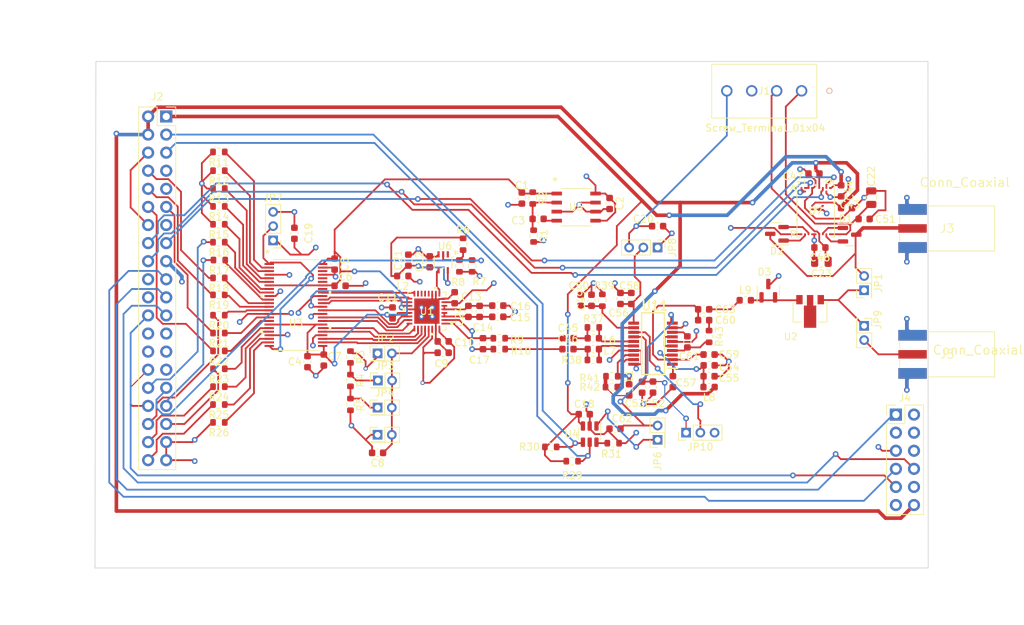
<source format=kicad_pcb>
(kicad_pcb (version 20221018) (generator pcbnew)
  (layers (0 "F.Cu" signal) (1 "In1.Cu" power) (2 "In2.Cu" signal) (31 "B.Cu" signal) (34 "B.Paste" user) (35 "F.Paste" user) (36 "B.SilkS" user "B.Silkscreen") (37 "F.SilkS" user "F.Silkscreen") (38 "B.Mask" user) (39 "F.Mask" user) (44 "Edge.Cuts" user))
  (net 0 "")
  (net 1 "VCC")
  (net 2 "GND")
  (net 3 "VDD")
  (net 4 "Net-(U5-SENSE{slash}ADJ)")
  (net 5 "Net-(U5-BYP)")
  (net 6 "Net-(JP2-B)")
  (net 7 "Net-(C13-Pad1)")
  (net 8 "Net-(C13-Pad2)")
  (net 9 "Net-(U1-AIN+)")
  (net 10 "Net-(U1-AIN-)")
  (net 11 "+3.3V")
  (net 12 "+5V")
  (net 13 "/TO_ADC_H")
  (net 14 "Net-(C45-Pad2)")
  (net 15 "/TO_ADC_L")
  (net 16 "Net-(C46-Pad2)")
  (net 17 "/HV_P")
  (net 18 "/HV_N")
  (net 19 "Net-(C60-Pad2)")
  (net 20 "/TO_LON")
  (net 21 "Net-(C63-Pad1)")
  (net 22 "Net-(D1-A)")
  (net 23 "Net-(D2-A)")
  (net 24 "Net-(D3-A)")
  (net 25 "/TO_VIP")
  (net 26 "/VCM")
  (net 27 "/SDA")
  (net 28 "/SCL")
  (net 29 "/D2")
  (net 30 "/D3")
  (net 31 "/D5")
  (net 32 "/D6")
  (net 33 "/PULSE_A")
  (net 34 "/PULSE_B")
  (net 35 "/PULSE_C")
  (net 36 "/CLK")
  (net 37 "/D0")
  (net 38 "/D1")
  (net 39 "/D7")
  (net 40 "/D4")
  (net 41 "/D8")
  (net 42 "/D9")
  (net 43 "Net-(JP3-A)")
  (net 44 "Net-(JP4-A)")
  (net 45 "/V_GAIN")
  (net 46 "Net-(JP7-C)")
  (net 47 "Net-(U3-O0)")
  (net 48 "Net-(U3-O1)")
  (net 49 "Net-(U3-O2)")
  (net 50 "Net-(U3-O3)")
  (net 51 "Net-(U3-O4)")
  (net 52 "Net-(U3-O5)")
  (net 53 "Net-(U3-O6)")
  (net 54 "Net-(U3-O7)")
  (net 55 "Net-(U3-O8)")
  (net 56 "Net-(U3-O9)")
  (net 57 "Net-(U3-O10)")
  (net 58 "Net-(U3-O11)")
  (net 59 "Net-(U3-O12)")
  (net 60 "Net-(U3-O13)")
  (net 61 "Net-(U3-O14)")
  (net 62 "Net-(U3-O15)")
  (net 63 "Net-(U4-A0)")
  (net 64 "Net-(U1-CLK)")
  (net 69 "Net-(U1-D0)")
  (net 70 "Net-(U1-D1)")
  (net 71 "Net-(U1-D2)")
  (net 72 "Net-(U1-D3)")
  (net 73 "Net-(U1-D4)")
  (net 74 "Net-(U1-D5)")
  (net 75 "Net-(U1-D6)")
  (net 76 "Net-(U1-D7)")
  (net 77 "Net-(U1-D8)")
  (net 78 "Net-(U1-D9)")
  (net 79 "Net-(U1-OF)")
  (net 86 "Net-(JP10-C)")
  (net 87 "Net-(U11-RCLMP)")
  (net 88 "Net-(U11-VPSL)")
  (net 89 "Net-(JP8-C)")
  (net 90 "Net-(U11-LMD)")
  (net 91 "Net-(U11-INH)")
  (net 92 "Net-(U11-VIN)")
  (net 93 "Net-(JP6-B)")
  (net 94 "Net-(U7-DP1)")
  (net 95 "Net-(U7-DP2)")
  (net 96 "Net-(U11-VOH)")
  (net 97 "Net-(U11-VOL)")
  (net 98 "Net-(U11-ENBV)")
  (net 99 "Net-(U11-ENBL)")
  (net 100 "/din")
  (net 101 "/dout")
  (net 102 "/clkSPI")
  (net 103 "/le")
  (net 109 "Net-(JP1-A)")
  (net 110 "Net-(JP10-A)")
  (net 111 "Net-(U6-VCC)")
  (net 112 "Net-(J3-Ext)")
  (net 113 "Net-(J5-Ext)")
  (footprint "Capacitor_SMD:C_0603_1608Metric" (layer "F.Cu") (at 139.192 89.408 90)
    (fp_text reference "C50")
    (fp_text value "1nF")
  )
  (footprint "Resistor_SMD:R_0603_1608Metric" (layer "F.Cu") (at 88.395 68.58 180)
    (fp_text reference "R11")
    (fp_text value "33" hide)
  )
  (footprint "LTC2236:LTC2236IUH-PBF" (layer "F.Cu") (at 117.602 90.932 180)
    (fp_text reference "U1")
    (fp_text value "LTC2236IUH-PBF" hide)
  )
  (footprint "Capacitor_SMD:C_0603_1608Metric" (layer "F.Cu") (at 130.937 75.057 -90)
    (fp_text reference "C1")
    (fp_text value "10uF")
  )
  (footprint "Connector_PinHeader_2.00mm:PinHeader_2x01_P2.00mm_Vertical" (layer "F.Cu") (at 110.7138 100.6716)
    (fp_text reference "JP3")
    (fp_text value "Jumper_2_Open")
  )
  (footprint "Capacitor_SMD:C_0603_1608Metric" (layer "F.Cu") (at 115 83.775 90)
    (fp_text reference "C21")
    (fp_text value "0.1uF")
  )
  (footprint "Inductor_SMD:L_0603_1608Metric" (layer "F.Cu") (at 140.97 96.266)
    (fp_text reference "L7")
    (fp_text value "100nH" hide)
  )
  (footprint "Resistor_SMD:R_0603_1608Metric" (layer "F.Cu") (at 88.395 94.01 180)
    (fp_text reference "R21")
    (fp_text value "33" hide)
  )
  (footprint "Capacitor_SMD:C_0603_1608Metric" (layer "F.Cu") (at 121.4984 89.0514 -90)
    (fp_text reference "C24")
    (fp_text value "0.1u" hide)
  )
  (footprint "Capacitor_SMD:C_0603_1608Metric" (layer "F.Cu") (at 110.678 110.8316 180)
    (fp_text reference "C8")
    (fp_text value "0.1u")
  )
  (footprint "INVERTER:NC7SVU04P5X" (layer "F.Cu") (at 119.888 84.074 -90)
    (fp_text reference "U6")
    (fp_text value "NC7SVU04P5X" hide)
  )
  (footprint "screwConn3:1751264" (layer "F.Cu") (at 170.216499 60 180)
    (fp_text reference "J1")
    (fp_text value "Screw_Terminal_01x04")
  )
  (footprint "Capacitor_SMD:C_0603_1608Metric" (layer "F.Cu") (at 172.7875 82 180)
    (fp_text reference "C48")
    (fp_text value "100nF")
  )
  (footprint "SMA:RS_526-5785" (layer "F.Cu") (at 190.655 79.325)
    (fp_text reference "J3")
    (fp_text value "Conn_Coaxial")
  )
  (footprint "Resistor_SMD:R_0603_1608Metric" (layer "F.Cu") (at 88.395 104.05 180)
    (fp_text reference "R25")
    (fp_text value "33" hide)
  )
  (footprint "Capacitor_SMD:C_0603_1608Metric" (layer "F.Cu") (at 118 84 90)
    (fp_text reference "C12")
    (fp_text value "4.7u" hide)
  )
  (footprint "Resistor_SMD:R_0603_1608Metric" (layer "F.Cu") (at 140.97 93.218)
    (fp_text reference "R37")
    (fp_text value "100" hide)
  )
  (footprint "Resistor_SMD:R_0603_1608Metric" (layer "F.Cu") (at 88.395 81.25 180)
    (fp_text reference "R16")
    (fp_text value "33" hide)
  )
  (footprint "Capacitor_SMD:C_0603_1608Metric" (layer "F.Cu") (at 100.838 98.031 -90)
    (fp_text reference "C4")
    (fp_text value "0.1u")
  )
  (footprint "Resistor_SMD:R_0603_1608Metric" (layer "F.Cu") (at 143.764 109.474)
    (fp_text reference "R31")
    (fp_text value "10K" hide)
  )
  (footprint "Capacitor_SMD:C_0603_1608Metric" (layer "F.Cu") (at 104.648 84.328 -90)
    (fp_text reference "C5")
    (fp_text value "0.1u")
  )
  (footprint "Connector_PinHeader_2.00mm:PinHeader_2x01_P2.00mm_Vertical" (layer "F.Cu") (at 179 88 90)
    (fp_text reference "JP1")
    (fp_text value "Jumper_2_Open")
  )
  (footprint "Capacitor_SMD:C_0603_1608Metric" (layer "F.Cu") (at 139.7 105.41)
    (fp_text reference "C18")
    (fp_text value "0.1uF" hide)
  )
  (footprint "Resistor_SMD:R_0603_1608Metric" (layer "F.Cu") (at 88.395 91.5 180)
    (fp_text reference "R20")
    (fp_text value "33" hide)
  )
  (footprint "Connector_PinHeader_2.54mm:PinHeader_2x06_P2.54mm_Vertical" (layer "F.Cu") (at 183.46 105.46)
    (fp_text reference "J4")
    (fp_text value "Conn_01x12_Pin")
  )
  (footprint "Connector_PinHeader_2.00mm:PinHeader_1x03_P2.00mm_Vertical" (layer "F.Cu") (at 154 108 90)
    (fp_text reference "JP10")
    (fp_text value "Jumper_3_Bridged12")
  )
  (footprint "Capacitor_SMD:C_0603_1608Metric" (layer "F.Cu") (at 119.888 95.1852)
    (fp_text reference "C10")
    (fp_text value "0.1u" hide)
  )
  (footprint "Capacitor_SMD:C_0805_2012Metric" (layer "F.Cu") (at 173 84 180)
    (fp_text reference "C23")
    (fp_text value "1uF")
  )
  (footprint "Capacitor_SMD:C_0603_1608Metric" (layer "F.Cu") (at 152.146 100.838 -90)
    (fp_text reference "C57")
    (fp_text value "100nF" hide)
  )
  (footprint "Capacitor_SMD:C_0603_1608Metric" (layer "F.Cu") (at 146.304 89.154 90)
    (fp_text reference "C58")
    (fp_text value "100nF" hide)
  )
  (footprint "Capacitor_SMD:C_0603_1608Metric" (layer "F.Cu") (at 154.178 95.25 90)
    (fp_text reference "C61")
    (fp_text value "100nF" hide)
  )
  (footprint "Inductor_SMD:L_0603_1608Metric" (layer "F.Cu") (at 146 102 -90)
    (fp_text reference "L1")
    (fp_text value "100nH")
  )
  (footprint "MountingHole:MountingHole_3.5mm" (layer "F.Cu") (at 184 124)
    (fp_text reference "H4" hide)
    (fp_text value "MountingHole")
  )
  (footprint "Capacitor_SMD:C_0603_1608Metric" (layer "F.Cu") (at 133.223 77.978)
    (fp_text reference "C3")
    (fp_text value "0.01u")
  )
  (footprint "Connector_PinHeader_2.00mm:PinHeader_1x03_P2.00mm_Vertical" (layer "F.Cu") (at 150 82 -90)
    (fp_text reference "JP8")
    (fp_text value "Jumper_3_Bridged12")
  )
  (footprint "Resistor_SMD:R_0603_1608Metric" (layer "F.Cu") (at 88.395 76.23 180)
    (fp_text reference "R14")
    (fp_text value "33" hide)
  )
  (footprint "Connector_PinSocket_2.54mm:PinSocket_2x20_P2.54mm_Vertical" (layer "F.Cu") (at 81 63.6)
    (fp_text reference "J2")
    (fp_text value "Raspberry_Pi_2_3")
  )
  (footprint "Connector_PinHeader_2.00mm:PinHeader_2x01_P2.00mm_Vertical" (layer "F.Cu") (at 179 93 -90)
    (fp_text reference "JP9")
    (fp_text value "Jumper_2_Open")
  )
  (footprint "Resistor_SMD:R_0603_1608Metric" (layer "F.Cu") (at 143.51 101.6 180)
    (fp_text reference "R42")
    (fp_text value "10K" hide)
  )
  (footprint "Resistor_SMD:R_0603_1608Metric" (layer "F.Cu") (at 88.395 106.56 180)
    (fp_text reference "R26")
    (fp_text value "33" hide)
  )
  (footprint "Inductor_SMD:L_0603_1608Metric" (layer "F.Cu") (at 114.2125 86 180)
    (fp_text reference "L2")
    (fp_text value "L_Ferrite")
  )
  (footprint "Capacitor_SMD:C_0603_1608Metric" (layer "F.Cu") (at 105.41 87.376)
    (fp_text reference "C6")
    (fp_text value "0.1u")
  )
  (footprint "Resistor_SMD:R_0603_1608Metric" (layer "F.Cu") (at 138 112)
    (fp_text reference "R29")
    (fp_text value "4.7K")
  )
  (footprint "Resistor_SMD:R_0603_1608Metric" (layer "F.Cu") (at 123.952 84.582 -90)
    (fp_text reference "R7")
    (fp_text value "1k" hide)
  )
  (footprint "Resistor_SMD:R_0603_1608Metric" (layer "F.Cu") (at 157.226 94.488 -90)
    (fp_text reference "R43")
    (fp_text value "280" hide)
  )
  (footprint "Capacitor_SMD:C_0603_1608Metric" (layer "F.Cu") (at 127.5566 90.156)
    (fp_text reference "C16")
    (fp_text value "1uF" hide)
  )
  (footprint "Capacitor_SMD:C_0603_1608Metric" (layer "F.Cu") (at 99 80 -90)
    (fp_text reference "C19")
    (fp_text value "0.1u" hide)
  )
  (footprint "SMA:RS_526-5785" (layer "F.Cu") (at 190.655 97)
    (fp_text reference "J5")
    (fp_text value "Conn_Coaxial")
  )
  (footprint "Resistor_SMD:R_0603_1608Metric" (layer "F.Cu") (at 88.395 71.21 180)
    (fp_text reference "R12")
    (fp_text value "33" hide)
  )
  (footprint "Capacitor_SMD:C_0603_1608Metric" (layer "F.Cu") (at 127.5566 91.7308)
    (fp_text reference "C15")
    (fp_text value "1uF" hide)
  )
  (footprint "MountingHole:MountingHole_3.5mm" (layer "F.Cu") (at 74 59)
    (fp_text reference "H2" hide)
    (fp_text value "MountingHole")
  )
  (footprint "CAD:MICROCHIP_MD0100N8-G" (layer "F.Cu") (at 171.411 91.1238 180)
    (fp_text reference "U2")
    (fp_text value "MD0100N8-G" hide)
  )
  (footprint "Resistor_SMD:R_0603_1608Metric" (layer "F.Cu") (at 140.97 97.79)
    (fp_text reference "R38")
    (fp_text value "100" hide)
  )
  (footprint "Capacitor_SMD:C_0603_1608Metric" (layer "F.Cu") (at 179 78)
    (fp_text reference "C51")
    (fp_text value "100nF")
  )
  (footprint "Resistor_SMD:R_0603_1608Metric" (layer "F.Cu") (at 143.573 100.076 180)
    (fp_text reference "R41")
    (fp_text value "10K" hide)
  )
  (footprint "Capacitor_SMD:C_0603_1608Metric" (layer "F.Cu") (at 143.256 75.819 -90)
    (fp_text reference "C2")
    (fp_text value "1u")
  )
  (footprint "Capacitor_SMD:C_0603_1608Metric" (layer "F.Cu") (at 144.78 89.154 90)
    (fp_text reference "C56")
    (fp_text value "1nF" hide)
  )
  (footprint "Resistor_SMD:R_0603_1608Metric" (layer "F.Cu") (at 88.395 96.52 180)
    (fp_text reference "R22")
    (fp_text value "33" hide)
  )
  (footprint "Package_TO_SOT_SMD:SOT-23" (layer "F.Cu") (at 166.751 80.076 180)
    (fp_text reference "D2")
    (fp_text value "BAV99")
  )
  (footprint "Resistor_SMD:R_0603_1608Metric" (layer "F.Cu") (at 88.395 99.03 180)
    (fp_text reference "R23")
    (fp_text value "33" hide)
  )
  (footprint "Capacitor_SMD:C_0603_1608Metric" (layer "F.Cu") (at 157.226 100.076)
    (fp_text reference "C55")
    (fp_text value "100nF" hide)
  )
  (footprint "Capacitor_SMD:C_0603_1608Metric" (layer "F.Cu") (at 119.888 96.774)
    (fp_text reference "C9")
    (fp_text value "0.1u" hide)
  )
  (footprint "Inductor_SMD:L_0603_1608Metric" (layer "F.Cu") (at 140.97 94.742)
    (fp_text reference "L6")
    (fp_text value "100nH" hide)
  )
  (footprint "Capacitor_SMD:C_0603_1608Metric" (layer "F.Cu") (at 144.018 107.442 180)
    (fp_text reference "C62")
    (fp_text value "1nF" hide)
  )
  (footprint "Package_TO_SOT_SMD:SOT-23" (layer "F.Cu") (at 165.542 88.0625 90)
    (fp_text reference "D3")
    (fp_text value "BAV99")
  )
  (footprint "Capacitor_SMD:C_0603_1608Metric" (layer "F.Cu") (at 125.0036 90.9688 90)
    (fp_text reference "C14")
    (fp_text value "2.2u" hide)
  )
  (footprint "Connector_PinHeader_2.00mm:PinHeader_2x01_P2.00mm_Vertical" (layer "F.Cu") (at 110.678 96.8616)
    (fp_text reference "JP2")
    (fp_text value "Jumper_2_Bridged")
  )
  (footprint "Latch:74VCX16373MTD" (layer "F.Cu") (at 99.2124 90.0684)
    (fp_text reference "U3")
    (fp_text value "74VCX16373MTD" hide)
  )
  (footprint "Capacitor_SMD:C_0805_2012Metric" (layer "F.Cu") (at 180 75 90)
    (fp_text reference "C22")
    (fp_text value "1uF")
  )
  (footprint "Resistor_SMD:R_0603_1608Metric" (layer "F.Cu") (at 88.395 86.27 180)
    (fp_text reference "R18")
    (fp_text value "33" hide)
  )
  (footprint "Connector_PinHeader_2.00mm:PinHeader_2x01_P2.00mm_Vertical" (layer "F.Cu") (at 150 109 90)
    (fp_text reference "JP6")
    (fp_text value "Jumper_2_Bridged")
  )
  (footprint "MountingHole:MountingHole_3.5mm" (layer "F.Cu") (at 185 59)
    (fp_text reference "H1" hide)
    (fp_text value "MountingHole")
  )
  (footprint "Resistor_SMD:R_0603_1608Metric" (layer "F.Cu") (at 122.682 81.534 -90)
    (fp_text reference "R6")
    (fp_text value "1k" hide)
  )
  (footprint "Capacitor_SMD:C_0603_1608Metric" (layer "F.Cu") (at 176.53 76.454)
    (fp_text reference "C43")
    (fp_text value "100nF")
  )
  (footprint "Resistor_SMD:R_0603_1608Metric" (layer "F.Cu") (at 122.174 84.582 -90)
    (fp_text reference "R8")
    (fp_text value "49.9" hide)
  )
  (footprint "VCCsup:LT1763IS8-3.3-PBF" (layer "F.Cu") (at 138.557 76.327)
    (fp_text reference "U5")
    (fp_text value "LT1763IS8-3.3-PBF" hide)
  )
  (footprint "Capacitor_SMD:C_0603_1608Metric" (layer "F.Cu") (at 147.828 101.613 -90)
    (fp_text reference "C53")
    (fp_text value "100nF" hide)
  )
  (footprint "Capacitor_SMD:C_0603_1608Metric" (layer "F.Cu") (at 149.352 101.6 -90)
    (fp_text reference "C52")
    (fp_text value "1nF" hide)
  )
  (footprint "Resistor_SMD:R_0603_1608Metric" (layer "F.Cu") (at 88.455 83.76 180)
    (fp_text reference "R17")
    (fp_text value "33" hide)
  )
  (footprint "Package_TO_SOT_SMD:SOT-23-6" (layer "F.Cu") (at 140.462 108.204 -90)
    (fp_text reference "U4")
    (fp_text value "MCP4725xxx-xCH" hide)
  )
  (footprint "Inductor_SMD:L_0603_1608Metric" (layer "F.Cu") (at 162.306 89.408)
    (fp_text reference "L9")
    (fp_text value "100nH" hide)
  )
  (footprint "Resistor_SMD:R_0603_1608Metric" (layer "F.Cu") (at 88.395 73.72 180)
    (fp_text reference "R13")
    (fp_text value "33" hide)
  )
  (footprint "Capacitor_SMD:C_0603_1608Metric" (layer "F.Cu") (at 137.414 96.266)
    (fp_text reference "C46")
    (fp_text value "100nF")
  )
  (footprint "Capacitor_SMD:C_0603_1608Metric" (layer "F.Cu") (at 137.414 94.742)
    (fp_text reference "C45")
    (fp_text value "100nF")
  )
  (footprint "Capacitor_SMD:C_0603_1608Metric" (layer "F.Cu") (at 157.239 98.552)
    (fp_text reference "C54")
    (fp_text value "1nF" hide)
  )
  (footprint "HV7361:HV7361GA-G" (layer "F.Cu") (at 172.196 76.887)
    (fp_text reference "U7")
    (fp_text value "HV7361GA-G" hide)
  )
  (footprint "Resistor_SMD:R_0603_1608Metric" (layer "F.Cu") (at 88.392 88.646 180)
    (fp_text reference "R19")
    (fp_text value "33" hide)
  )
  (footprint "Capacitor_SMD:C_0603_1608Metric" (layer "F.Cu") (at 150 79)
    (fp_text reference "C20")
    (fp_text value "0.1u" hide)
  )
  (footprint "Resistor_SMD:R_0603_1608Metric" (layer "F.Cu") (at 88.395 101.54 180)
    (fp_text reference "R24")
    (fp_text value "33" hide)
  )
  (footprint "Capacitor_SMD:C_0603_1608Metric" (layer "F.Cu") (at 103.124 97.803 -90)
    (fp_text reference "C7")
    (fp_text value "0.1u")
  )
  (footprint "Resistor_SMD:R_0603_1608Metric" (layer "F.Cu") (at 142.24 89.408 90)
    (fp_text reference "R39")
    (fp_text value "11k")
  )
  (footprint "Inductor_SMD:L_0603_1608Metric" (layer "F.Cu") (at 157.226 101.6 180)
    (fp_text reference "L8")
    (fp_text value "100nH" hide)
  )
  (footprint "Capacitor_SMD:C_0603_1608Metric" (layer "F.Cu") (at 156.464 90.678 180)
    (fp_text reference "C63")
    (fp_text value "100nF" hide)
  )
  (footprint "Capacitor_SMD:C_0603_1608Metric" (layer "F.Cu") (at 125.476 95.504 -90)
    (fp_text reference "C17")
    (fp_text value "55pF" hide)
  )
  (footprint "Resistor_SMD:R_0603_1608Metric" (layer "F.Cu") (at 127.762 94.742 180)
    (fp_text reference "R9")
    (fp_text value "18" hide)
  )
  (footprint "Connector_PinHeader_2.00mm:PinHeader_1x03_P2.00mm_Vertical" (layer "F.Cu") (at 96.012 81 180)
    (fp_text reference "JP7")
    (fp_text value "Jumper_3_Bridged12")
  )
  (footprint "Capacitor_SMD:C_0603_1608Metric" (layer "F.Cu") (at 171.958 71.628 180)
    (fp_text reference "C47")
    (fp_text value "100nF")
  )
  (footprint "Resistor_SMD:R_0603_1608Metric" (layer "F.Cu") (at 132.461 75.057 -90)
    (fp_text reference "R2")
    (fp_text value "105K")
  )
  (footprint "Resistor_SMD:R_0603_1608Metric" (layer "F.Cu") (at 135 110)
    (fp_text reference "R30")
    (fp_text value "4.7k")
  )
  (footprint "Resistor_SMD:R_0603_1608Metric" (layer "F.Cu") (at 106.868 100.6716 -90)
    (fp_text reference "R4")
    (fp_text value "1K" hide)
  )
  (footprint "Resistor_SMD:R_0603_1608Metric" (layer "F.Cu") (at 106.868 104.0366 -90)
    (fp_text reference "R5")
    (fp_text value "1K" hide)
  )
  (footprint "Resistor_SMD:R_0603_1608Metric" (layer "F.Cu") (at 88.395 78.74 180)
    (fp_text reference "R15")
    (fp_text value "33" hide)
  )
  (footprint "Capacitor_SMD:C_0603_1608Metric" (layer "F.Cu") (at 157.226 97.028)
    (fp_text reference "C59")
    (fp_text value "22pF" hide)
  )
  (footprint "AD8331:SOP64P600X175-20N" (layer "F.Cu") (at 149.352 95.504 180)
    (fp_text reference "U11")
    (fp_text value "AD8331ARQZ" hide)
  )
  (footprint "MountingHole:MountingHole_3.5mm" (layer "F.Cu") (at 74 124)
    (fp_text reference "H3" hide)
    (fp_text value "MountingHole")
  )
  (footprint "Capacitor_SMD:C_0603_1608Metric" (layer "F.Cu") (at 123.4288 90.9688 90)
    (fp_text reference "C13")
    (fp_text value "0.1u" hide)
  )
  (footprint "Capacitor_SMD:C_0603_1608Metric" (layer "F.Cu") (at 112.776 91.186 90)
    (fp_text reference "C11")
    (fp_text value "0.1u" hide)
  )
  (footprint "Capacitor_SMD:C_0603_1608Metric" (layer "F.Cu") (at 175.768 74.041 90)
    (fp_text reference "C44")
    (fp_text value "100nF")
  )
  (footprint "Capacitor_SMD:C_0603_1608Metric" (layer "F.Cu") (at 156.464 92.202)
    (fp_text reference "C60")
    (fp_text value "18nF" hide)
  )
  (footprint "Package_TO_SOT_SMD:SOT-23" (layer "F.Cu") (at 176.9595 80.198)
    (fp_text reference "D1")
    (fp_text value "BAV99")
  )
  (footprint "Connector_PinHeader_2.00mm:PinHeader_2x01_P2.00mm_Vertical" (layer "F.Cu") (at 110.678 104.4816)
    (fp_text reference "JP4")
    (fp_text value "Jumper_2_Open")
  )
  (footprint "Resistor_SMD:R_0603_1608Metric" (layer "F.Cu") (at 106.868 97.3696 -90)
    (fp_text reference "R3")
    (fp_text value "1K" hide)
  )
  (footprint "Connector_PinHeader_2.00mm:PinHeader_2x01_P2.00mm_Vertical" (layer "F.Cu") (at 110.678 108.2916)
    (fp_text reference "JP5" hide)
    (fp_text value "Jumper_2_Open")
  )
  (footprint "Resistor_SMD:R_0603_1608Metric" (layer "F.Cu") (at 127.762 96.266 180)
    (fp_text reference "R10")
    (fp_text value "18" hide)
  )
  (footprint "Resistor_SMD:R_0603_1608Metric" (layer "F.Cu") (at 132.588 80.391 -90)
    (fp_text reference "R1")
    (fp_text value "100K")
  )
  (footprint "Capacitor_SMD:C_0603_1608Metric" (layer "F.Cu") (at 140.716 89.408 90)
    (fp_text reference "C49")
    (fp_text value "100nF")
  )
  (gr_line (start 71.12 55.88) (end 187.96 55.88) (stroke (width 0.1)) (layer "Edge.Cuts"))
  (gr_line (start 71.12 55.88) (end 71 127) (stroke (width 0.1)) (layer "Edge.Cuts"))
  (gr_line (start 71 127) (end 188 127) (stroke (width 0.1)) (layer "Edge.Cuts"))
  (gr_line (start 188 127) (end 187.96 55.88) (stroke (width 0.1)) (layer "Edge.Cuts"))
  (segment (start 105.448 85.344) (end 105.448 86.563) (width 0.25) (layer "F.Cu") (net 1))
  (segment (start 102.9589 87.3184) (end 95.4659 87.3184) (width 0.25) (layer "F.Cu") (net 1))
  (segment (start 104.648 82.55) (end 105.448 83.35) (width 0.25) (layer "F.Cu") (net 1))
  (segment (start 104.394 98.298) (end 103.124 97.028) (width 0.25) (layer "F.Cu") (net 1))
  (segment (start 112.543598 91.961) (end 112.018299 91.435701) (width 0.25) (layer "F.Cu") (net 1))
  (segment (start 104.648 79.492695) (end 104.648 82.55) (width 0.25) (layer "F.Cu") (net 1))
  (segment (start 104.5774 87.3184) (end 102.9589 87.3184) (width 0.25) (layer "F.Cu") (net 1))
  (segment (start 103.124 97.028) (end 101.066 97.028) (width 0.25) (layer "F.Cu") (net 1))
  (segment (start 100.838 97.256) (end 100.838 93.989199) (width 0.25) (layer "F.Cu") (net 1))
  (segment (start 112.776 91.961) (end 112.543598 91.961) (width 0.25) (layer "F.Cu") (net 1))
  (segment (start 104.648 82.55) (end 104.648 83.553) (width 0.25) (layer "F.Cu") (net 1))
  (segment (start 104.648 83.553) (end 103.724299 83.553) (width 0.25) (layer "F.Cu") (net 1))
  (segment (start 100.838 93.989199) (end 102.008799 92.8184) (width 0.25) (layer "F.Cu") (net 1))
  (segment (start 104.635 87.376) (end 104.5774 87.3184) (width 0.25) (layer "F.Cu") (net 1))
  (segment (start 101.066 97.028) (end 100.838 97.256) (width 0.25) (layer "F.Cu") (net 1))
  (segment (start 103.124 97.028) (end 103.124 95.983499) (width 0.25) (layer "F.Cu") (net 1))
  (segment (start 113.555 91.182) (end 115.1496 91.182) (width 0.25) (layer "F.Cu") (net 1))
  (segment (start 103.124 95.983499) (end 102.9589 95.818399) (width 0.25) (layer "F.Cu") (net 1))
  (segment (start 105.448 83.35) (end 105.448 85.344) (width 0.25) (layer "F.Cu") (net 1))
  (segment (start 131.077 74.422) (end 135.83285 74.422) (width 0.25) (layer "F.Cu") (net 1))
  (segment (start 112.776 91.961) (end 113.555 91.182) (width 0.25) (layer "F.Cu") (net 1))
  (segment (start 105.448 86.563) (end 104.635 87.376) (width 0.25) (layer "F.Cu") (net 1))
  (segment (start 102.9589 92.8184) (end 95.4659 92.8184) (width 0.25) (layer "F.Cu") (net 1))
  (segment (start 104.648 98.298) (end 104.394 98.298) (width 0.25) (layer "F.Cu") (net 1))
  (segment (start 102.008799 92.8184) (end 102.9589 92.8184) (width 0.25) (layer "F.Cu") (net 1))
  (segment (start 103.724299 83.553) (end 102.9589 84.318399) (width 0.25) (layer "F.Cu") (net 1))
  (segment (start 130.937 74.282) (end 129.082 72.427) (width 0.25) (layer "F.Cu") (net 1))
  (segment (start 107.442 85.344) (end 105.448 85.344) (width 0.25) (layer "F.Cu") (net 1))
  (segment (start 111.713695 72.427) (end 104.648 79.492695) (width 0.25) (layer "F.Cu") (net 1))
  (segment (start 130.937 74.282) (end 131.077 74.422) (width 0.25) (layer "F.Cu") (net 1))
  (segment (start 129.082 72.427) (end 111.713695 72.427) (width 0.25) (layer "F.Cu") (net 1))
  (via (at 112.018299 91.435701) (size 0.8) (drill 0.4) (layers "F.Cu" "B.Cu") (net 1))
  (via (at 107.442 85.344) (size 0.8) (drill 0.4) (layers "F.Cu" "B.Cu") (net 1))
  (via (at 104.648 98.298) (size 0.8) (drill 0.4) (layers "F.Cu" "B.Cu") (net 1))
  (segment (start 112.018299 91.435701) (end 114.812299 91.435701) (width 0.25) (layer "B.Cu") (net 1))
  (segment (start 104.648 96.002695) (end 104.648 98.298) (width 0.25) (layer "B.Cu") (net 1))
  (segment (start 114.812299 89.158299) (end 110.998 85.344) (width 0.25) (layer "B.Cu") (net 1))
  (segment (start 114.812299 91.435701) (end 114.812299 89.158299) (width 0.25) (layer "B.Cu") (net 1))
  (segment (start 112.018299 91.435701) (end 109.214994 91.435701) (width 0.25) (layer "B.Cu") (net 1))
  (segment (start 110.998 85.344) (end 107.442 85.344) (width 0.25) (layer "B.Cu") (net 1))
  (segment (start 109.214994 91.435701) (end 104.648 96.002695) (width 0.25) (layer "B.Cu") (net 1))
  (segment (start 172 82) (end 172 83.7875) (width 0.25) (layer "F.Cu") (net 2))
  (segment (start 139.308 75.692) (end 139 76) (width 0.25) (layer "F.Cu") (net 2))
  (segment (start 118.364 90.424) (end 118.11 90.424) (width 0.25) (layer "F.Cu") (net 2))
  (segment (start 119.113 95.224) (end 120.663 96.774) (width 0.25) (layer "F.Cu") (net 2))
  (segment (start 165.875 87.125) (end 165.9375 87.0625) (width 0.25) (layer "F.Cu") (net 2))
  (segment (start 129.2692 91.7308) (end 130 91) (width 0.25) (layer "F.Cu") (net 2))
  (segment (start 118.852 93.3844) (end 118.852 94.9242) (width 0.25) (layer "F.Cu") (net 2))
  (segment (start 84.86 111.86) (end 85 112) (width 0.25) (layer "F.Cu") (net 2))
  (segment (start 165.542 87.0625) (end 165.9375 87.0625) (width 0.25) (layer "F.Cu") (net 2))
  (segment (start 109 109) (end 109.7084 108.2916) (width 0.25) (layer "F.Cu") (net 2))
  (segment (start 145.526 109.474) (end 147 108) (width 0.25) (layer "F.Cu") (net 2))
  (segment (start 116.4 82.2) (end 115.6 83) (width 0.25) (layer "F.Cu") (net 2))
  (segment (start 181.54 110.54) (end 183.46 110.54) (width 0.25) (layer "F.Cu") (net 2))
  (segment (start 177.3175 76.454) (end 175.8305 77.941) (width 0.25) (layer "F.Cu") (net 2))
  (segment (start 81 111.86) (end 81 109.32) (width 0.25) (layer "F.Cu") (net 2))
  (segment (start 117.499 83.299) (end 118.901751 83.299) (width 0.25) (layer "F.Cu") (net 2))
  (segment (start 160 98) (end 159.448 98.552) (width 0.25) (layer "F.Cu") (net 2))
  (segment (start 144 87.599) (end 144.78 88.379) (width 0.25) (layer "F.Cu") (net 2))
  (segment (start 117.098 90.682) (end 117.352 90.682) (width 0.25) (layer "F.Cu") (net 2))
  (segment (start 147.828 103.828) (end 148 104) (width 0.25) (layer "F.Cu") (net 2))
  (segment (start 152 80) (end 150 82) (width 0.25) (layer "F.Cu") (net 2))
  (segment (start 135.83285 76.962) (end 138.038 76.962) (width 0.25) (layer "F.Cu") (net 2))
  (segment (start 81 111.86) (end 84.86 111.86) (width 0.25) (layer "F.Cu") (net 2))
  (segment (start 99 82) (end 99 80.775) (width 0.25) (layer "F.Cu") (net 2))
  (segment (start 76.24 104.24) (end 76 104) (width 0.25) (layer "F.Cu") (net 2))
  (segment (start 123.952 85.407) (end 124.407 85.407) (width 0.25) (layer "F.Cu") (net 2))
  (segment (start 106.185 87.376) (end 108.624 87.376) (width 0.25) (layer "F.Cu") (net 2))
  (segment (start 120.004001 89.2324) (end 119.3016 89.2324) (width 0.25) (layer "F.Cu") (net 2))
  (segment (start 175.8305 77.941) (end 172.175 77.941) (width 0.25) (layer "F.Cu") (net 2))
  (segment (start 133.784 81.216) (end 134 81) (width 0.25) (layer "F.Cu") (net 2))
  (segment (start 139.367 88.633) (end 141 87) (width 0.25) (layer "F.Cu") (net 2))
  (segment (start 109.903 109.903) (end 109 109) (width 0.25) (layer "F.Cu") (net 2))
  (segment (start 172.175 73.337605) (end 171.875605 73.637) (width 0.25) (layer "F.Cu") (net 2))
  (segment (start 141.31915 77) (end 141.28115 76.962) (width 0.25) (layer "F.Cu") (net 2))
  (segment (start 177.3175 76.454) (end 177.546 76.454) (width 0.25) (layer "F.Cu") (net 2))
  (segment (start 87.57 68.58) (end 86 70.15) (width 0.25) (layer "F.Cu") (net 2))
  (segment (start 160 99) (end 158.924 100.076) (width 0.25) (layer "F.Cu") (net 2))
  (segment (start 171.205305 71.628) (end 172.175 72.597695) (width 0.25) (layer "F.Cu") (net 2))
  (segment (start 144.78 88.379) (end 146.304 88.379) (width 0.25) (layer "F.Cu") (net 2))
  (segment (start 160 98) (end 159.028 97.028) (width 0.25) (layer "F.Cu") (net 2))
  (segment (start 98.4244 83) (end 100 83) (width 0.25) (layer "F.Cu") (net 2))
  (segment (start 87.57 78.74) (end 86 77.17) (width 0.25) (layer "F.Cu") (net 2))
  (segment (start 101.6 94.727201) (end 101.6 95.758) (width 0.25) (layer "F.Cu") (net 2))
  (segment (start 95.4659 85.818401) (end 98.264401 85.818401) (width 0.25) (layer "F.Cu") (net 2))
  (segment (start 181 110) (end 181.54 110.54) (width 0.25) (layer "F.Cu") (net 2))
  (segment (start 182 74.05) (end 182 76.775) (width 0.25) (layer "F.Cu") (net 2))
  (segment (start 122.174 85.407) (end 123.952 85.407) (width 0.25) (layer "F.Cu") (net 2))
  (segment (start 86.72 73.72) (end 86 73) (width 0.25) (layer "F.Cu") (net 2))
  (segment (start 86 72.78) (end 87.57 71.21) (width 0.25) (layer "F.Cu") (net 2))
  (segment (start 140.716 88.6205) (end 140.716 87.284) (width 0.25) (layer "F.Cu") (net 2))
  (segment (start 98.552 91.186) (end 98.4196 91.3184) (width 0.25) (layer "F.Cu") (net 2))
  (segment (start 155.448 94.615) (end 155.448 93.726) (width 0.25) (layer "F.Cu") (net 2))
  (segment (start 118.364 90.17) (end 118.364 90.424) (width 0.25) (layer "F.Cu") (net 2))
  (segment (start 140 104) (end 140 104.935) (width 0.25) (layer "F.Cu") (net 2))
  (segment (start 119.113 95.1852) (end 119.113 95.224) (width 0.25) (layer "F.Cu") (net 2))
  (segment (start 98.264401 85.818401) (end 98.298 85.852) (width 0.25) (layer "F.Cu") (net 2))
  (segment (start 149.759 104) (end 148 104) (width 0.25) (layer "F.Cu") (net 2))
  (segment (start 96.012 81) (end 96.4244 81) (width 0.25) (layer "F.Cu") (net 2))
  (segment (start 172 82) (end 172 81) (width 0.25) (layer "F.Cu") (net 2))
  (segment (start 170.196 80.137) (end 167.283751 80.137) (width 0.25) (layer "F.Cu") (net 2))
  (segment (start 159.448 98.552) (end 158.014 98.552) (width 0.25) (layer "F.Cu") (net 2))
  (segment (start 170.688 75.438) (end 171.696 74.43) (width 0.25) (layer "F.Cu") (net 2))
  (segment (start 179.95 74.05) (end 182 74.05) (width 0.25) (layer "F.Cu") (net 2))
  (segment (start 87.57 73.72) (end 86.72 73.72) (width 0.25) (layer "F.Cu") (net 2))
  (segment (start 172 80.137) (end 172.196 80.137) (width 0.25) (layer "F.Cu") (net 2))
  (segment (start 108.624 87.376) (end 109 87) (width 0.25) (layer "F.Cu") (net 2))
  (segment (start 144.589 109.474) (end 145.526 109.474) (width 0.25) (layer "F.Cu") (net 2))
  (segment (start 172.625 76.708) (end 172.554 76.637) (width 0.25) (layer "F.Cu") (net 2))
  (segment (start 141.28115 76.962) (end 139.962 76.962) (width 0.25) (layer "F.Cu") (net 2))
  (segment (start 185 75) (end 185 76.65) (width 0.508) (layer "F.Cu") (net 2))
  (segment (start 118.352001 90.181999) (end 118.364 90.17) (width 0.25) (layer "F.Cu") (net 2))
  (segment (start 109 109) (end 107 107) (width 0.25) (layer "F.Cu") (net 2))
  (segment (start 140 104.935) (end 140.475 105.41) (width 0.25) (layer "F.Cu") (net 2))
  (segment (start 116.84 90.424) (end 117.098 90.682) (width 0.25) (layer "F.Cu") (net 2))
  (segment (start 78.46 68.68) (end 76 71.14) (width 0.25) (layer "F.Cu") (net 2))
  (segment (start 149.352 102.375) (end 149.352 102.648) (width 0.25) (layer "F.Cu") (net 2))
  (segment (start 147.722 98.289) (end 147.627 98.384) (width 0.25) (layer "F.Cu") (net 2))
  (segment (start 99.568 90.922695) (end 99.568 91.186) (width 0.25) (layer "F.Cu") (net 2))
  (segment (start 160 98) (end 160 99) (width 0.25) (layer "F.Cu") (net 2))
  (segment (start 142 77) (end 141.31915 77) (width 0.25) (layer "F.Cu") (net 2))
  (segment (start 171.875605 73.637) (end 171.696 73.637) (width 0.25) (layer "F.Cu") (net 2))
  (segment (start 170 71) (end 170.5425 71) (width 0.25) (layer "F.Cu") (net 2))
  (segment (start 120.0544 89.182001) (end 120.592799 89.182001) (width 0.25) (layer "F.Cu") (net 2))
  (segment (start 109.903 110.8316) (end 109.903 109.903) (width 0.25) (layer "F.Cu") (net 2))
  (segment (start 129.156 90.156) (end 130 91) (width 0.25) (layer "F.Cu") (net 2))
  (segment (start 132.588 81.216) (end 133.784 81.216) (width 0.25) (layer "F.Cu") (net 2))
  (segment (start 147.627 96.464) (end 147.722 96.559) (width 0.25) (layer "F.Cu") (net 2))
  (segment (start 95.4659 91.3184) (end 92.451996 91.3184) (width 0.25) (layer "F.Cu") (net 2))
  (segment (start 172.625 76.708) (end 173.228 76.708) (width 0.25) (layer "F.Cu") (net 2))
  (segment (start 140.716 87.284) (end 141 87) (width 0.25) (layer "F.Cu") (net 2))
  (segment (start 87.57 106.56) (end 87.44 106.56) (width 0.25) (layer "F.Cu") (net 2))
  (segment (start 170.688 76.454) (end 170.688 75.438) (width 0.25) (layer "F.Cu") (net 2))
  (segment (start 116.4 82.2) (end 117.499 83.299) (width 0.25) (layer "F.Cu") (net 2))
  (segment (start 142.24 88.583) (end 142.24 88.24) (width 0.25) (layer "F.Cu") (net 2))
  (segment (start 143.243 107.442) (end 143.243 107.937) (width 0.25) (layer "F.Cu") (net 2))
  (segment (start 101 83) (end 102 82) (width 0.25) (layer "F.Cu") (net 2))
  (segment (start 173.696 74.382) (end 174.244 74.93) (width 0.25) (layer "F.Cu") (net 2))
  (segment (start 104.7711 86.106) (end 104.648 85.9829) (width 0.25) (layer "F.Cu") (net 2))
  (segment (start 170 74.2531) (end 170.400295 74.2531) (width 0.25) (layer "F.Cu") (net 2))
  (segment (start 76 71.14) (end 76 76.38) (width 0.25) (layer "F.Cu") (net 2))
  (segment (start 173.228 76.708) (end 173.736 77.216) (width 0.25) (layer "F.Cu") (net 2))
  (segment (start 142.481 108.204) (end 141.215249 108.204) (width 0.25) (layer "F.Cu") (net 2))
  (segment (start 119.3016 89.2324) (end 117.602 90.932) (width 0.25) (layer "F.Cu") (net 2))
  (segment (start 103.124 98.876) (end 102 100) (width 0.25) (layer "F.Cu") (net 2))
  (segment (start 154.813 95.25) (end 155.448 94.615) (width 0.25) (layer "F.Cu") (net 2))
  (segment (start 144 87) (end 144 87.599) (width 0.25) (layer "F.Cu") (net 2))
  (segment (start 152.146 101.613) (end 149.759 104) (width 0.25) (layer "F.Cu") (net 2))
  (segment (start 142.24 88.24) (end 141 87) (width 0.25) (layer "F.Cu") (net 2))
  (segment (start 171.1705 71.628) (end 171.205305 71.628) (width 0.25) (layer "F.Cu") (net 2))
  (segment (start 170.516395 74.137) (end 170.196 73.816605) (width 0.25) (layer "F.Cu") (net 2))
  (segment (start 170.5425 71) (end 171.1705 71.628) (width 0.25) (layer "F.Cu") (net 2))
  (segment (start 98.044 94.234) (end 97.959601 94.318399) (width 0.25) (layer "F.Cu") (net 2))
  (segment (start 172.689198 76.643802) (end 172.625 76.708) (width 0.25) (layer "F.Cu") (net 2))
  (segment (start 106.868 106.868) (end 107 107) (width 0.25) (layer "F.Cu") (net 2))
  (segment (start 173.196 76.137) (end 172.625 76.708) (width 0.25) (layer "F.Cu") (net 2))
  (segment (start 128.3316 90.156) (end 129.156 90.156) (width 0.25) (layer "F.Cu") (net 2))
  (segment (start 102.008802 94.318399) (end 101.6 94.727201) (width 0.25) (layer "F.Cu") (net 2))
  (segment (start 92.451996 91.3184) (end 91.314396 92.456) (width 0.25) (layer "F.Cu") (net 2))
  (segment (start 170.696 74.137) (end 170.516395 74.137) (width 0.25) (layer "F.Cu") (net 2))
  (segment (start 172 83.7875) (end 172.2125 84) (width 0.15) (layer "F.Cu") (net 2))
  (segment (start 104.3634 84.8184) (end 104.648 85.103) (width 0.25) (layer "F.Cu") (net 2))
  (segment (start 99.9744 83) (end 101 83) (width 0.25) (layer "F.Cu") (net 2))
  (segment (start 142.406 76.594) (end 142 77) (width 0.25) (layer "F.Cu") (net 2))
  (segment (start 104.483501 85.818401) (end 102.9589 85.818401) (width 0.25) (layer "F.Cu") (net 2))
  (segment (start 185 99.82) (end 185.145 99.675) (width 0.508) (layer "F.Cu") (net 2))
  (segment (start 147 99) (end 147 98.747) (width 0.25) (layer "F.Cu") (net 2))
  (segment (start 151.775 80) (end 152 80) (width 0.15) (layer "F.Cu") (net 2))
  (segment (start 146.637 96.464) (end 147.627 96.464) (width 0.25) (layer "F.Cu") (net 2))
  (segment (start 102.9589 91.3184) (end 101.7216 91.3184) (width 0.25) (layer "F.Cu") (net 2))
  (segment (start 87.44 106.56) (end 85 109) (width 0.25) (layer "F.Cu") (net 2))
  (segment (start 102.9589 84.8184) (end 104.3634 84.8184) (width 0.25) (layer "F.Cu") (net 2))
  (segment (start 120.0544 89.182001) (end 120.004001 89.2324) (width 0.25) (layer "F.Cu") (net 2))
  (segment (start 103.124 98.578) (end 103.124 98.876) (width 0.25) (layer "F.Cu") (net 2))
  (segment (start 172.175 77.941) (end 170.688 76.454) (width 0.25) (layer "F.Cu") (net 2))
  (segment (start 78.46 104.24) (end 76.24 104.24) (width 0.25) (layer "F.Cu") (net 2))
  (segment (start 153.924 92.71) (end 153.37 93.264) (width 0.25) (layer "F.Cu") (net 2))
  (segment (start 153.37 93.264) (end 152.067 93.264) (width 0.25) (layer "F.Cu") (net 2))
  (segment (start 84.68 109.32) (end 85 109) (width 0.25) (layer "F.Cu") (net 2))
  (segment (start 120.592799 89.182001) (end 121.4984 88.2764) (width 0.25) (layer "F.Cu") (net 2))
  (segment (start 179 75) (end 179.95 74.05) (width 0.25) (layer "F.Cu") (net 2))
  (segment (start 143.256 76.594) (end 142.406 76.594) (width 0.25) (layer "F.Cu") (net 2))
  (segment (start 138.038 76.962) (end 139 76) (width 0.25) (layer "F.Cu") (net 2))
  (segment (start 115.1496 90.682) (end 116.582 90.682) (width 0.25) (layer "F.Cu") (net 2))
  (segment (start 87.57 76.23) (end 86 74.66) (width 0.25) (layer "F.Cu") (net 2))
  (segment (start 165.9375 87.0625) (end 167 86) (width 0.25) (layer "F.Cu") (net 2))
  (segment (start 118.852 94.9242) (end 119.113 95.1852) (width 0.25) (layer "F.Cu") (net 2))
  (segment (start 81 109.32) (end 84.68 109.32) (width 0.25) (layer "F.Cu") (net 2))
  (segment (start 177.546 76.454) (end 179 75) (width 0.25) (layer "F.Cu") (net 2))
  (segment (start 158.924 100.076) (end 158.001 100.076) (width 0.25) (layer "F.Cu") (net 2))
  (segment (start 143.243 107.937) (end 144.589 109.283) (width 0.25) (layer "F.Cu") (net 2))
  (segment (start 143.243 107.442) (end 142.481 108.204) (width 0.25) (layer "F.Cu") (net 2))
  (segment (start 95.4659 88.8184) (end 96.3476 88.8184) (width 0.25) (layer "F.Cu") (net 2))
  (segment (start 118.852 92.182) (end 118.364 91.694) (width 0.25) (layer "F.Cu") (net 2))
  (segment (start 104.7711 86.106) (end 104.483501 85.818401) (width 0.25) (layer "F.Cu") (net 2))
  (segment (start 172.554 76.637) (end 171.696 76.637) (width 0.25) (layer "F.Cu") (net 2))
  (segment (start 106.868 104.8616) (end 106.868 106.868) (width 0.25) (layer "F.Cu") (net 2))
  (segment (start 172.175 72.597695) (end 172.175 73.337605) (width 0.25) (layer "F.Cu") (net 2))
  (segment (start 118.901751 83.299) (end 119.238001 82.96275) (width 0.25) (layer "F.Cu") (net 2))
  (segment (start 76 101.62) (end 78.46 99.16) (width 0.15) (layer "F.Cu") (net 2))
  (segment (start 124.407 85.407) (end 125 86) (width 0.25) (layer "F.Cu") (net 2))
  (segment (start 175.6665 74.93) (end 175.768 74.8285) (width 0.25) (layer "F.Cu") (net 2))
  (segment (start 98.4196 91.3184) (end 95.4659 91.3184) (width 0.25) (layer "F.Cu") (net 2))
  (segment (start 128.3316 91.7308) (end 129.2692 91.7308) (width 0.25) (layer "F.Cu") (net 2))
  (segment (start 144.589 109.283) (end 144.589 109.474) (width 0.25) (layer "F.Cu") (net 2))
  (segment (start 185 94.18) (end 185.145 94.325) (width 0.508) (layer "F.Cu") (net 2))
  (segment (start 170.400295 74.2531) (end 170.516395 74.137) (width 0.25) (layer "F.Cu") (net 2))
  (segment (start 185 84) (end 185 82) (width 0.508) (layer "F.Cu") (net 2))
  (segment (start 170.196 73.816605) (end 170.196 73.637) (width 0.25) (layer "F.Cu") (net 2))
  (segment (start 78.46 78.84) (end 76 76.38) (width 0.25) (layer "F.Cu") (net 2))
  (segment (start 97.959601 94.318399) (end 95.4659 94.318399) (width 0.25) (layer "F.Cu") (net 2))
  (segment (start 147.828 102.388) (end 147.828 103.828) (width 0.25) (layer "F.Cu") (net 2))
  (segment (start 173.696 74.137) (end 173.696 74.382) (width 0.25) (layer "F.Cu") (net 2))
  (segment (start 129 76) (end 130.769 76) (width 0.25) (layer "F.Cu") (net 2))
  (segment (start 76 104) (end 76 101.62) (width 0.15) (layer "F.Cu") (net 2))
  (segment (start 118.11 90.424) (end 117.602 90.932) (width 0.25) (layer "F.Cu") (net 2))
  (segment (start 176.784 73.8125) (end 175.768 74.8285) (width 0.25) (layer "F.Cu") (net 2))
  (segment (start 96.4244 81) (end 98.4244 83) (width 0.25) (layer "F.Cu") (net 2))
  (segment (start 144.582 96.464) (end 143.256 97.79) (width 0.25) (layer "F.Cu") (net 2))
  (segment (start 86 74.66) (end 86 73) (width 0.25) (layer "F.Cu") (net 2))
  (segment (start 166.394751 79.248) (end 160.274 79.248) (width 0.25) (layer "F.Cu") (net 2))
  (segment (start 86 77.17) (end 86 73) (width 0.25) (layer "F.Cu") (net 2))
  (segment (start 86 70.15) (end 86 73) (width 0.25) (layer "F.Cu") (net 2))
  (segment (start 176.784 72.39) (end 176.784 73.8125) (width 0.25) (layer "F.Cu") (net 2))
  (segment (start 139.192 88.633) (end 139.367 88.633) (width 0.25) (layer "F.Cu") (net 2))
  (segment (start 146.637 96.464) (end 144.582 96.464) (width 0.25) (layer "F.Cu") (net 2))
  (segment (start 140.462 107.450751) (end 140.462 107.0665) (width 0.25) (layer "F.Cu") (net 2))
  (segment (start 147.722 96.559) (end 147.722 98.289) (width 0.25) (layer "F.Cu") (net 2))
  (segment (start 86 73) (end 86 72.78) (width 0.25) (layer "F.Cu") (net 2))
  (segment (start 141.215249 108.204) (end 140.462 107.450751) (width 0.25) (layer "F.Cu") (net 2))
  (segment (start 102.9589 94.318399) (end 102.008802 94.318399) (width 0.25) (layer "F.Cu") (net 2))
  (segment (start 182 76.775) (end 181 76.775) (width 0.25) (layer "F.Cu") (net 2))
  (segment (start 185 92) (end 185 94.18) (width 0.508) (layer "F.Cu") (net 2))
  (segment (start 167.283751 80.137) (end 166.394751 79.248) (width 0.25) (layer "F.Cu") (net 2))
  (segment (start 118.852 93.3844) (end 118.852 92.182) (width 0.25) (layer "F.Cu") (net 2))
  (segment (start 100.838 98.806) (end 100.838 98.838) (width 0.25) (layer "F.Cu") (net 2))
  (segment (start 171.696 74.43) (end 171.696 73.637) (width 0.25) (layer "F.Cu") (net 2))
  (segment (start 147 98.747) (end 146.637 98.384) (width 0.25) (layer "F.Cu") (net 2))
  (segment (start 109.7084 108.2916) (end 110.678 108.2916) (width 0.25) (layer "F.Cu") (net 2))
  (segment (start 174.244 74.93) (end 175.6665 74.93) (width 0.25) (layer "F.Cu") (net 2))
  (segment (start 118.852 88.4796) (end 118.852 89.682) (width 0.25) (layer "F.Cu") (net 2))
  (segment (start 101.672295 88.8184) (end 99.568 90.922695) (width 0.25) (layer "F.Cu") (net 2))
  (segment (start 100 83) (end 99 82) (width 0.25) (layer "F.Cu") (net 2))
  (segment (start 152.067 95.184) (end 152.133 95.25) (width 0.25) (layer "F.Cu") (net 2))
  (segment (start 149.352 102.648) (end 148 104) (width 0.25) (layer "F.Cu") (net 2))
  (segment (start 185 102) (end 185 99.82) (width 0.508) (layer "F.Cu") (net 2))
  (segment (start 152.133 95.25) (end 154.813 95.25) (width 0.25) (layer "F.Cu") (net 2))
  (segment (start 130.769 76) (end 130.937 75.832) (width 0.25) (layer "F.Cu") (net 2))
  (segment (start 150.775 79) (end 151.775 80) (width 0.25) (layer "F.Cu") (net 2))
  (segment (start 118.352001 88.4796) (end 118.352001 90.181999) (width 0.25) (layer "F.Cu") (net 2))
  (segment (start 165.542 87.125) (end 165.875 87.125) (width 0.25) (layer "F.Cu") (net 2))
  (segment (start 140.475 105.41) (end 140.475 107.0535) (width 0.25) (layer "F.Cu") (net 2))
  (segment (start 118.364 91.694) (end 117.602 90.932) (width 0.25) (layer "F.Cu") (net 2))
  (segment (start 102.9589 88.8184) (end 101.672295 88.8184) (width 0.25) (layer "F.Cu") (net 2))
  (segment (start 139.962 76.962) (end 139 76) (width 0.25) (layer "F.Cu") (net 2))
  (segment (start 96.3476 88.8184) (end 97.028 88.138) (width 0.25) (layer "F.Cu") (net 2))
  (segment (start 171.696 80.137) (end 172 80.137) (width 0.25) (layer "F.Cu") (net 2))
  (segment (start 100.838 98.838) (end 102 100) (width 0.25) (layer "F.Cu") (net 2))
  (segment (start 115.6 83) (end 115 83) (width 0.25) (layer "F.Cu") (net 2))
  (segment (start 159.028 97.028) (end 158.001 97.028) (width 0.25) (layer "F.Cu") (net 2))
  (segment (start 101.7216 91.3184) (end 101.346 91.694) (width 0.25) (layer "F.Cu") (net 2))
  (segment (start 112.776 90.411) (end 111.265 90.411) (width 0.25) (layer "F.Cu") (net 2))
  (segment (start 141.28115 75.692) (end 139.308 75.692) (width 0.25) (layer "F.Cu") (net 2))
  (segment (start 172 80.137) (end 172 81) (width 0.25) (layer "F.Cu") (net 2))
  (segment (start 140.475 107.0535) (end 140.462 107.0665) (width 0.25) (layer "F.Cu") (net 2))
  (segment (start 173.196 76.137) (end 172.689198 76.643802) (width 0.25) (layer "F.Cu") (net 2))
  (segment (start 118.852 89.682) (end 117.602 90.932) (width 0.25) (layer "F.Cu") (net 2))
  (segment (start 147.627 98.384) (end 146.637 98.384) (width 0.25) (layer "F.Cu") (net 2))
  (segment (start 117.352 90.682) (end 117.602 90.932) (width 0.25) (layer "F.Cu") (net 2))
  (segment (start 181 76.775) (end 179.775 78) (width 0.25) (layer "F.Cu") (net 2))
  (segment (start 116.582 90.682) (end 116.84 90.424) (width 0.25) (layer "F.Cu") (net 2))
  (segment (start 104.648 85.9829) (end 104.648 85.103) (width 0.25) (layer "F.Cu") (net 2))
  (segment (start 111.265 90.411) (end 111.252 90.424) (width 0.25) (layer "F.Cu") (net 2))
  (via (at 143.256 97.79) (size 0.8) (drill 0.4) (layers "F.Cu" "B.Cu") (net 2))
  (via (at 98.298 85.852) (size 0.8) (drill 0.4) (layers "F.Cu" "B.Cu") (net 2))
  (via (at 181 110) (size 0.8) (drill 0.4) (layers "F.Cu" "B.Cu") (net 2))
  (via (at 167 86) (size 0.8) (drill 0.4) (layers "F.Cu" "B.Cu") (net 2))
  (via (at 102 82) (size 0.8) (drill 0.4) (layers "F.Cu" "B.Cu") (net 2))
  (via (at 148 104) (size 0.8) (drill 0.4) (layers "F.Cu" "B.Cu") (net 2))
  (via (at 130 91) (size 0.8) (drill 0.4) (layers "F.Cu" "B.Cu") (net 2))
  (via (at 153.924 92.71) (size 0.8) (drill 0.4) (layers "F.Cu" "B.Cu") (net 2))
  (via (at 185 75) (size 0.8) (drill 0.4) (layers "F.Cu" "B.Cu") (net 2))
  (via (at 170 74.2531) (size 0.8) (drill 0.4) (layers "F.Cu" "B.Cu") (net 2))
  (via (at 170 71) (size 0.8) (drill 0.4) (layers "F.Cu" "B.Cu") (net 2))
  (via (at 107 107) (size 0.8) (drill 0.4) (layers "F.Cu" "B.Cu") (net 2))
  (via (at 98.044 94.234) (size 0.8) (drill 0.4) (layers "F.Cu" "B.Cu") (net 2))
  (via (at 98.552 91.186) (size 0.8) (drill 0.4) (layers "F.Cu" "B.Cu") (net 2))
  (via (at 111.252 90.424) (size 0.8) (drill 0.4) (layers "F.Cu" "B.Cu") (net 2))
  (via (at 139 76) (size 0.8) (drill 0.4) (layers "F.Cu" "B.Cu") (net 2))
  (via (at 173.736 77.216) (size 0.8) (drill 0.4) (layers "F.Cu" "B.Cu") (net 2))
  (via (at 134 81) (size 0.8) (drill 0.4) (layers "F.Cu" "B.Cu") (net 2))
  (via (at 118.364 90.424) (size 0.8) (drill 0.4) (layers "F.Cu" "B.Cu") (net 2))
  (via (at 176.784 72.39) (size 0.8) (drill 0.4) (layers "F.Cu" "B.Cu") (net 2))
  (via (at 116.84 90.424) (size 0.8) (drill 0.4) (layers "F.Cu" "B.Cu") (net 2))
  (via (at 172 81) (size 0.8) (drill 0.4) (layers "F.Cu" "B.Cu") (net 2))
  (via (at 185 92) (size 0.8) (drill 0.4) (layers "F.Cu" "B.Cu") (net 2))
  (via (at 147 99) (size 0.8) (drill 0.4) (layers "F.Cu" "B.Cu") (net 2))
  (via (at 101.6 95.758) (size 0.8) (drill 0.4) (layers "F.Cu" "B.Cu") (net 2))
  (via (at 85 109) (size 0.8) (drill 0.4) (layers "F.Cu" "B.Cu") (net 2))
  (via (at 179 75) (size 0.8) (drill 0.4) (layers "F.Cu" "B.Cu") (net 2))
  (via (at 129 76) (size 0.8) (drill 0.4) (layers "F.Cu" "B.Cu") (net 2))
  (via (at 141 87) (size 0.8) (drill 0.4) (layers "F.Cu" "B.Cu") (net 2))
  (via (at 174.244 74.93) (size 0.8) (drill 0.4) (layers "F.Cu" "B.Cu") (net 2))
  (via (at 140 104) (size 0.8) (drill 0.4) (layers "F.Cu" "B.Cu") (net 2))
  (via (at 147 108) (size 0.8) (drill 0.4) (layers "F.Cu" "B.Cu") (net 2))
  (via (at 85 112) (size 0.8) (drill 0.4) (layers "F.Cu" "B.Cu") (net 2))
  (via (at 116.84 91.694) (size 0.8) (drill 0.4) (layers "F.Cu" "B.Cu") (net 2))
  (via (at 91.314396 92.456) (size 0.8) (drill 0.4) (layers "F.Cu" "B.Cu") (net 2))
  (via (at 97.028 88.138) (size 0.8) (drill 0.4) (layers "F.Cu" "B.Cu") (net 2))
  (via (at 118.364 91.694) (size 0.8) (drill 0.4) (layers "F.Cu" "B.Cu") (net 2))
  (via (at 99.568 91.186) (size 0.8) (drill 0.4) (layers "F.Cu" "B.Cu") (net 2))
  (via (at 160.274 79.248) (size 0.8) (drill 0.4) (layers "F.Cu" "B.Cu") (net 2))
  (via (at 155.448 93.726) (size 0.8) (drill 0.4) (layers "F.Cu" "B.Cu") (net 2))
  (via (at 160 98) (size 0.8) (drill 0.4) (layers "F.Cu" "B.Cu") (net 2))
  (via (at 86 73) (size 0.8) (drill 0.4) (layers "F.Cu" "B.Cu") (net 2))
  (via (at 152 80) (size 0.8) (drill 0.4) (layers "F.Cu" "B.Cu") (net 2))
  (via (at 116.4 82.2) (size 0.8) (drill 0.4) (layers "F.Cu" "B.Cu") (net 2))
  (via (at 185 102) (size 0.8) (drill 0.4) (layers "F.Cu" "B.Cu") (net 2))
  (via (at 102 100) (size 0.8) (drill 0.4) (layers "F.Cu" "B.Cu") (net 2))
  (via (at 144 87) (size 0.8) (drill 0.4) (layers "F.Cu" "B.Cu") (net 2))
  (via (at 104.7711 86.106) (size 0.8) (drill 0.4) (layers "F.Cu" "B.Cu") (net 2))
  (via (at 109 87) (size 0.8) (drill 0.4) (layers "F.Cu" "B.Cu") (net 2))
  (via (at 101.346 91.694) (size 0.8) (drill 0.4) (layers "F.Cu" "B.Cu") (net 2))
  (via (at 125 86) (size 0.8) (drill 0.4) (layers "F.Cu" "B.Cu") (net 2))
  (via (at 185 84) (size 0.8) (drill 0.4) (layers "F.Cu" "B.Cu") (net 2))
  (segment (start 185 92) (end 185 93.525) (width 0.508) (layer "B.Cu") (net 2))
  (segment (start 185 75.85) (end 185.8 76.65) (width 0.508) (layer "B.Cu") (net 2))
  (segment (start 185 75) (end 185 75.85) (width 0.508) (layer "B.Cu") (net 2))
  (segment (start 185 93.525) (end 185.8 94.325) (width 0.508) (layer "B.Cu") (net 2))
  (segment (start 185 100.475) (end 185.8 99.675) (width 0.508) (layer "B.Cu") (net 2))
  (segment (start 185 84) (end 185 82.8) (width 0.508) (layer "B.Cu") (net 2))
  (segment (start 185 82.8) (end 185.8 82) (width 0.508) (layer "B.Cu") (net 2))
  (segment (start 185 102) (end 185 100.475) (width 0.508) (layer "B.Cu") (net 2))
  (segment (start 122.1736 89.8264) (end 121.4984 89.8264) (width 0.25) (layer "F.Cu") (net 3))
  (segment (start 121.354 89.682) (end 121.4984 89.8264) (width 0.25) (layer "F.Cu") (net 3))
  (segment (start 99 77) (end 99 79.225) (width 0.25) (layer "F.Cu") (net 3))
  (segment (start 119.113 96.774) (end 117.318 96.774) (width 0.25) (layer "F.Cu") (net 3))
  (segment (start 117.094 96.012) (end 117.094 96.998) (width 0.25) (layer "F.Cu") (net 3))
  (segment (start 121.438 97.562) (end 118 101) (width 0.25) (layer "F.Cu") (net 3))
  (segment (start 121.438 95.9602) (end 121.438 97.562) (width 0.25) (layer "F.Cu") (net 3))
  (segment (start 117.094 100.906) (end 117 101) (width 0.25) (layer "F.Cu") (net 3))
  (segment (start 141.28115 74.422) (end 142.634 74.422) (width 0.25) (layer "F.Cu") (net 3))
  (segment (start 118.352001 93.3844) (end 118.352001 94.061399) (width 0.25) (layer "F.Cu") (net 3))
  (segment (start 142.634 74.422) (end 143.256 75.044) (width 0.25) (layer "F.Cu") (net 3))
  (segment (start 141.28115 78.232) (end 142.870817 78.232) (width 0.25) (layer "F.Cu") (net 3))
  (segment (start 118.338 94.0754) (end 118.338 94.768) (width 0.25) (layer "F.Cu") (net 3))
  (segment (start 96.012 77) (end 99 77) (width 0.25) (layer "F.Cu") (net 3))
  (segment (start 127 87) (end 126 88) (width 0.25) (layer "F.Cu") (net 3))
  (segment (start 117.094 96.998) (end 117.094 100.906) (width 0.25) (layer "F.Cu") (net 3))
  (segment (start 124 88) (end 122.1736 89.8264) (width 0.25) (layer "F.Cu") (net 3))
  (segment (start 118.338 94.768) (end 117.094 96.012) (width 0.25) (layer "F.Cu") (net 3))
  (segment (start 118.352001 94.061399) (end 118.338 94.0754) (width 0.25) (layer "F.Cu") (net 3))
  (segment (start 109 98) (end 109 97.972) (width 0.25) (layer "F.Cu") (net 3))
  (segment (start 117.318 96.774) (end 117.094 96.998) (width 0.25) (layer "F.Cu") (net 3))
  (segment (start 118 101) (end 117 101) (width 0.25) (layer "F.Cu") (net 3))
  (segment (start 109 99) (end 109 98) (width 0.25) (layer "F.Cu") (net 3))
  (segment (start 116.6 86.8) (end 115.8 86.8) (width 0.25) (layer "F.Cu") (net 3))
  (segment (start 141.28115 74.422) (end 141.28115 73.28115) (width 0.25) (layer "F.Cu") (net 3))
  (segment (start 107.8896 96.8616) (end 107.185 96.8616) (width 0.25) (layer "F.Cu") (net 3))
  (segment (start 115.8 86.8) (end 115 86) (width 0.25) (layer "F.Cu") (net 3))
  (segment (start 109 99) (end 110.678 97.322) (width 0.25) (layer "F.Cu") (net 3))
  (segment (start 110.678 97.322) (end 110.678 96.8616) (width 0.25) (layer "F.Cu") (net 3))
  (segment (start 107.185 96.8616) (end 106.868 96.5446) (width 0.25) (layer "F.Cu") (net 3))
  (segment (start 109 97.972) (end 107.8896 96.8616) (width 0.25) (layer "F.Cu") (net 3))
  (segment (start 142.870817 78.232) (end 144.056 77.046817) (width 0.25) (layer "F.Cu") (net 3))
  (segment (start 120.663 95.1852) (end 121.438 95.9602) (width 0.25) (layer "F.Cu") (net 3))
  (segment (start 144.056 77.046817) (end 144.056 75.844) (width 0.25) (layer "F.Cu") (net 3))
  (segment (start 144.056 75.844) (end 143.256 75.044) (width 0.25) (layer "F.Cu") (net 3))
  (segment (start 119.351999 93.874199) (end 120.663 95.1852) (width 0.25) (layer "F.Cu") (net 3))
  (segment (start 120.0544 89.682) (end 121.354 89.682) (width 0.25) (layer "F.Cu") (net 3))
  (segment (start 126 88) (end 124 88) (width 0.25) (layer "F.Cu") (net 3))
  (segment (start 141.28115 73.28115) (end 140 72) (width 0.25) (layer "F.Cu") (net 3))
  (segment (start 119.351999 93.3844) (end 119.351999 93.874199) (width 0.25) (layer "F.Cu") (net 3))
  (via (at 99 77) (size 0.8) (drill 0.4) (layers "F.Cu" "B.Cu") (net 3))
  (via (at 109 99) (size 0.6) (drill 0.35) (layers "F.Cu" "B.Cu") (net 3))
  (via (at 116.6 86.8) (size 0.8) (drill 0.4) (layers "F.Cu" "B.Cu") (net 3))
  (via (at 117 101) (size 0.6) (drill 0.35) (layers "F.Cu" "B.Cu") (net 3))
  (via (at 83.2 86.8) (size 0.8) (drill 0.4) (layers "F.Cu" "B.Cu") (net 3))
  (via (at 127 87) (size 0.8) (drill 0.4) (layers "F.Cu" "B.Cu") (net 3))
  (via (at 140 72) (size 0.8) (drill 0.4) (layers "F.Cu" "B.Cu") (net 3))
  (segment (start 83.2 86.04) (end 81.08 83.92) (width 0.508) (layer "B.Cu") (net 3))
  (segment (start 81.08 83.92) (end 81 83.92) (width 0.508) (layer "B.Cu") (net 3))
  (segment (start 83.2 86.8) (end 83.2 86.04) (width 0.508) (layer "B.Cu") (net 3))
  (segment (start 135.83285 75.692) (end 132.651 75.692) (width 0.25) (layer "F.Cu") (net 4))
  (segment (start 132.448 75.895) (end 132.461 75.882) (width 0.25) (layer "F.Cu") (net 4))
  (segment (start 132.448 77.978) (end 132.448 79.426) (width 0.25) (layer "F.Cu") (net 4))
  (segment (start 132.448 77.978) (end 132.448 75.895) (width 0.25) (layer "F.Cu") (net 4))
  (segment (start 132.651 75.692) (end 132.461 75.882) (width 0.25) (layer "F.Cu") (net 4))
  (segment (start 132.448 79.426) (end 132.588 79.566) (width 0.25) (layer "F.Cu") (net 4))
  (segment (start 134.252 78.232) (end 133.998 77.978) (width 0.25) (layer "F.Cu") (net 5))
  (segment (start 135.83285 78.232) (end 134.252 78.232) (width 0.25) (layer "F.Cu") (net 5))
  (segment (start 115.4824 96.8616) (end 112.678 96.8616) (width 0.25) (layer "F.Cu") (net 6))
  (segment (start 112.678 96.8616) (end 112.678 100.6358) (width 0.25) (layer "F.Cu") (net 6))
  (segment (start 112.678 108.2916) (end 112.678 109.6066) (width 0.25) (layer "F.Cu") (net 6))
  (segment (start 117.852 93.3844) (end 117.852 94.492) (width 0.25) (layer "F.Cu") (net 6))
  (segment (start 112.7138 104.4458) (end 112.678 104.4816) (width 0.25) (layer "F.Cu") (net 6))
  (segment (start 117.852 94.492) (end 115.4824 96.8616) (width 0.25) (layer "F.Cu") (net 6))
  (segment (start 112.678 104.4816) (end 112.678 108.2916) (width 0.25) (layer "F.Cu") (net 6))
  (segment (start 112.678 100.6358) (end 112.7138 100.6716) (width 0.25) (layer "F.Cu") (net 6))
  (segment (start 112.678 109.6066) (end 111.453 110.8316) (width 0.25) (layer "F.Cu") (net 6))
  (segment (start 112.7138 100.6716) (end 112.7138 104.4458) (width 0.25) (layer "F.Cu") (net 6))
  (segment (start 120.0544 91.182) (end 120.0544 91.682001) (width 0.25) (layer "F.Cu") (net 7))
  (segment (start 123.367001 91.682001) (end 120.0544 91.682001) (width 0.25) (layer "F.Cu") (net 7))
  (segment (start 123.4288 91.7438) (end 123.367001 91.682001) (width 0.25) (layer "F.Cu") (net 7))
  (segment (start 126.7816 91.7308) (end 125.0166 91.7308) (width 0.25) (layer "F.Cu") (net 7))
  (segment (start 123.4288 91.7438) (end 125.0036 91.7438) (width 0.25) (layer "F.Cu") (net 7))
  (segment (start 125.0166 91.7308) (end 125.0036 91.7438) (width 0.25) (layer "F.Cu") (net 7))
  (segment (start 126.7816 90.156) (end 125.0414 90.156) (width 0.25) (layer "F.Cu") (net 8))
  (segment (start 120.0544 90.181999) (end 120.0544 90.682) (width 0.25) (layer "F.Cu") (net 8))
  (segment (start 125.0414 90.156) (end 125.0036 90.1938) (width 0.25) (layer "F.Cu") (net 8))
  (segment (start 120.0544 90.682) (end 122.9406 90.682) (width 0.25) (layer "F.Cu") (net 8))
  (segment (start 122.9406 90.682) (end 123.4288 90.1938) (width 0.25) (layer "F.Cu") (net 8))
  (segment (start 125.0036 90.1938) (end 123.4288 90.1938) (width 0.25) (layer "F.Cu") (net 8))
  (segment (start 123.431 94.729) (end 121.383999 92.681999) (width 0.25) (layer "F.Cu") (net 9))
  (segment (start 121.383999 92.681999) (end 120.0544 92.681999) (width 0.25) (layer "F.Cu") (net 9))
  (segment (start 125.476 94.729) (end 123.431 94.729) (width 0.25) (layer "F.Cu") (net 9))
  (segment (start 126.937 94.742) (end 125.489 94.742) (width 0.25) (layer "F.Cu") (net 9))
  (segment (start 125.489 94.742) (end 125.476 94.729) (width 0.25) (layer "F.Cu") (net 9))
  (segment (start 123.698 93.726) (end 123.952 93.726) (width 0.25) (layer "F.Cu") (net 10))
  (segment (start 122.154 92.182) (end 123.698 93.726) (width 0.25) (layer "F.Cu") (net 10))
  (segment (start 120.0544 92.182) (end 122.154 92.182) (width 0.25) (layer "F.Cu") (net 10))
  (segment (start 123.965 96.279) (end 123.952 96.266) (width 0.25) (layer "F.Cu") (net 10))
  (segment (start 125.489 96.266) (end 125.476 96.279) (width 0.25) (layer "F.Cu") (net 10))
  (segment (start 126.937 96.266) (end 125.489 96.266) (width 0.25) (layer "F.Cu") (net 10))
  (segment (start 125.476 96.279) (end 123.965 96.279) (width 0.25) (layer "F.Cu") (net 10))
  (via (at 123.952 93.726) (size 0.8) (drill 0.4) (layers "F.Cu" "B.Cu") (net 10))
  (via (at 123.952 96.266) (size 0.8) (drill 0.4) (layers "F.Cu" "B.Cu") (net 10))
  (segment (start 123.952 93.726) (end 123.952 96.266) (width 0.25) (layer "B.Cu") (net 10))
  (segment (start 144.272 81.671701) (end 144.272 78.994) (width 0.25) (layer "F.Cu") (net 11))
  (segment (start 175.768 71.374) (end 175.768 73.2535) (width 0.508) (layer "F.Cu") (net 11))
  (segment (start 174.7775 73.2535) (end 175.768 73.2535) (width 0.25) (layer "F.Cu") (net 11))
  (segment (start 147.828 75.438) (end 149.86 77.47) (width 0.508) (layer "F.Cu") (net 11))
  (segment (start 138.925 106.4795) (end 139.512 107.0665) (width 0.25) (layer "F.Cu") (net 11))
  (segment (start 134.175 110) (end 134.175 111.175) (width 0.25) (layer "F.Cu") (net 11))
  (segment (start 137.389 88.554701) (end 144.272 81.671701) (width 0.25) (layer "F.Cu") (net 11))
  (segment (start 137.389 101) (end 137.389 104.927) (width 0.25) (layer "F.Cu") (net 11))
  (segment (start 134.335 110) (end 138.925 105.41) (width 0.25) (layer "F.Cu") (net 11))
  (segment (start 138.925 105.41) (end 138.925 106.4795) (width 0.25) (layer "F.Cu") (net 11))
  (segment (start 137.389 104.927) (end 137.872 105.41) (width 0.25) (layer "F.Cu") (net 11))
  (segment (start 135.99 63.6) (end 147.828 75.438) (width 0.508) (layer "F.Cu") (net 11))
  (segment (start 134.175 111.175) (end 135 112) (width 0.25) (layer "F.Cu") (net 11))
  (segment (start 174.394 73.637) (end 174.7775 73.2535) (width 0.25) (layer "F.Cu") (net 11))
  (segment (start 137.872 105.41) (end 138.925 105.41) (width 0.25) (layer "F.Cu") (net 11))
  (segment (start 135 112) (end 137.175 112) (width 0.25) (layer "F.Cu") (net 11))
  (segment (start 81 63.6) (end 135.99 63.6) (width 0.508) (layer "F.Cu") (net 11))
  (segment (start 144.272 78.994) (end 147.828 75.438) (width 0.25) (layer "F.Cu") (net 11))
  (segment (start 137.389 91.389) (end 137.389 88.554701) (width 0.25) (layer "F.Cu") (net 11))
  (segment (start 174.196 73.637) (end 174.394 73.637) (width 0.25) (layer "F.Cu") (net 11))
  (segment (start 134.175 110) (end 134.335 110) (width 0.25) (layer "F.Cu") (net 11))
  (segment (start 149.86 77.47) (end 151.638 77.47) (width 0.508) (layer "F.Cu") (net 11))
  (via (at 151.638 77.47) (size 0.8) (drill 0.4) (layers "F.Cu" "B.Cu") (net 11))
  (via (at 175.768 71.374) (size 0.8) (drill 0.4) (layers "F.Cu" "B.Cu") (net 11))
  (via (at 137.389 101) (size 0.8) (drill 0.4) (layers "F.Cu" "B.Cu") (net 11))
  (via (at 137.389 91.389) (size 0.8) (drill 0.4) (layers "F.Cu" "B.Cu") (net 11))
  (segment (start 167.986 69.25) (end 173.644 69.25) (width 0.508) (layer "B.Cu") (net 11))
  (segment (start 151.638 77.47) (end 159.766 77.47) (width 0.508) (layer "B.Cu") (net 11))
  (segment (start 159.766 77.47) (end 167.986 69.25) (width 0.508) (layer "B.Cu") (net 11))
  (segment (start 173.644 69.25) (end 175.768 71.374) (width 0.508) (layer "B.Cu") (net 11))
  (segment (start 137.389 91.389) (end 137.389 101) (width 0.25) (layer "B.Cu") (net 11))
  (segment (start 181 119) (end 182 120) (width 0.508) (layer "F.Cu") (net 12))
  (segment (start 178.054 73.968912) (end 175.7425 76.280412) (width 0.508) (layer "F.Cu") (net 12))
  (segment (start 174.9735 75.685) (end 175.7425 76.454) (width 0.25) (layer "F.Cu") (net 12))
  (segment (start 136.437088 62.296) (end 149.833088 75.692) (width 0.508) (layer "F.Cu") (net 12))
  (segment (start 172.148 75.685) (end 174.9735 75.685) (width 0.25) (layer "F.Cu") (net 12))
  (segment (start 172.212 71.0945) (end 172.7455 71.628) (width 0.508) (layer "F.Cu") (net 12))
  (segment (start 153.503 102.529) (end 157.0845 102.529) (width 0.508) (layer "F.Cu") (net 12))
  (segment (start 149.606 88.138) (end 153.162 84.582) (width 0.508) (layer "F.Cu") (net 12))
  (segment (start 153.162 75.692) (end 153.162 84.582) (width 0.508) (layer "F.Cu") (net 12))
  (segment (start 182 120) (end 184.16 120) (width 0.508) (layer "F.Cu") (net 12))
  (segment (start 171.696 76.137) (end 172.148 75.685) (width 0.25) (layer "F.Cu") (net 12))
  (segment (start 176.53 70.104) (end 178.054 71.628) (width 0.508) (layer "F.Cu") (net 12))
  (segment (start 172.696 73.637) (end 172.696 71.6775) (width 0.25) (layer "F.Cu") (net 12))
  (segment (start 175.7425 76.280412) (end 175.7425 76.454) (width 0.508) (layer "F.Cu") (net 12))
  (segment (start 153.162 75.692) (end 163.322 75.692) (width 0.508) (layer "F.Cu") (net 12))
  (segment (start 153.503 102.529) (end 151.13 104.902) (width 0.508) (layer "F.Cu") (net 12))
  (segment (start 146 100) (end 146 101.2125) (width 0.508) (layer "F.Cu") (net 12))
  (segment (start 78.46 63.6) (end 79.764 62.296) (width 0.508) (layer "F.Cu") (net 12))
  (segment (start 178.054 71.628) (end 178.054 73.968912) (width 0.508) (layer "F.Cu") (net 12))
  (segment (start 74 119) (end 181 119) (width 0.508) (layer "F.Cu") (net 12))
  (segment (start 149.833088 75.692) (end 153.162 75.692) (width 0.508) (layer "F.Cu") (net 12))
  (segment (start 172.212 70.104) (end 172.212 71.0945) (width 0.508) (layer "F.Cu") (net 12))
  (segment (start 79.764 62.296) (end 136.437088 62.296) (width 0.508) (layer "F.Cu") (net 12))
  (segment (start 74 66) (end 74 119) (width 0.508) (layer "F.Cu") (net 12))
  (segment (start 184.16 120) (end 186 118.16) (width 0.508) (layer "F.Cu") (net 12))
  (segment (start 78.46 63.6) (end 78.46 66.14) (width 0.508) (layer "F.Cu") (net 12))
  (segment (start 172.212 70.104) (end 176.53 70.104) (width 0.508) (layer "F.Cu") (net 12))
  (segment (start 158.0135 101.6) (end 157.0845 102.529) (width 0.508) (layer "F.Cu") (net 12))
  (segment (start 172.696 71.6775) (end 172.7455 71.628) (width 0.25) (layer "F.Cu") (net 12))
  (via (at 74 66) (size 0.8) (drill 0.4) (layers "F.Cu" "B.Cu") (net 12))
  (via (at 172.212 70.104) (size 0.8) (drill 0.4) (layers "F.Cu" "B.Cu") (net 12))
  (via (at 151.13 104.902) (size 0.8) (drill 0.4) (layers "F.Cu" "B.Cu") (net 12))
  (via (at 146 100) (size 0.8) (drill 0.4) (layers "F.Cu" "B.Cu") (net 12))
  (via (at 149.606 88.138) (size 0.8) (drill 0.4) (layers "F.Cu" "B.Cu") (net 12))
  (via (at 163.322 75.692) (size 0.8) (drill 0.4) (layers "F.Cu" "B.Cu") (net 12))
  (segment (start 145.034 92.71) (end 145.034 100) (width 0.508) (layer "B.Cu") (net 12))
  (segment (start 150.098 104.902) (end 151.13 104.902) (width 0.508) (layer "B.Cu") (net 12))
  (segment (start 143.764 103.823739) (end 145.350261 105.41) (width 0.508) (layer "B.Cu") (net 12))
  (segment (start 168.91 70.104) (end 172.212 70.104) (width 0.508) (layer "B.Cu") (net 12))
  (segment (start 149.59 105.41) (end 150.098 104.902) (width 0.508) (layer "B.Cu") (net 12))
  (segment (start 146 100) (end 145.034 100) (width 0.508) (layer "B.Cu") (net 12))
  (segment (start 143.764 102.87) (end 143.764 103.823739) (width 0.508) (layer "B.Cu") (net 12))
  (segment (start 163.322 75.692) (end 168.91 70.104) (width 0.508) (layer "B.Cu") (net 12))
  (segment (start 74 66) (end 74.14 66.14) (width 0.508) (layer "B.Cu") (net 12))
  (segment (start 145.034 100) (end 145.034 101.6) (width 0.508) (layer "B.Cu") (net 12))
  (segment (start 145.034 101.6) (end 143.764 102.87) (width 0.508) (layer "B.Cu") (net 12))
  (segment (start 149.606 88.138) (end 145.034 92.71) (width 0.508) (layer "B.Cu") (net 12))
  (segment (start 145.350261 105.41) (end 149.59 105.41) (width 0.508) (layer "B.Cu") (net 12))
  (segment (start 74.14 66.14) (end 78.46 66.14) (width 0.508) (layer "B.Cu") (net 12))
  (segment (start 128.587 94.742) (end 136.6265 94.742) (width 0.25) (layer "F.Cu") (net 13))
  (segment (start 140.145 94.7045) (end 140.1825 94.742) (width 0.25) (layer "F.Cu") (net 14))
  (segment (start 138.2015 94.742) (end 140.1825 94.742) (width 0.25) (layer "F.Cu") (net 14))
  (segment (start 140.145 93.218) (end 140.145 94.7045) (width 0.25) (layer "F.Cu") (net 14))
  (segment (start 136.6265 96.266) (end 128.587 96.266) (width 0.25) (layer "F.Cu") (net 15))
  (segment (start 140.145 96.3035) (end 140.1825 96.266) (width 0.25) (layer "F.Cu") (net 16))
  (segment (start 140.145 97.79) (end 140.145 96.3035) (width 0.25) (layer "F.Cu") (net 16))
  (segment (start 140.1825 96.266) (end 137.922 96.266) (width 0.25) (layer "F.Cu") (net 16))
  (segment (start 173.575 83.7875) (end 173.7875 84) (width 0.2) (layer "F.Cu") (net 17))
  (segment (start 172.363508 79.7326) (end 172.048054 79.7326) (width 0.25) (layer "F.Cu") (net 17))
  (segment (start 172.048054 79.7326) (end 166 73.684546) (width 0.25) (layer "F.Cu") (net 17))
  (segment (start 172.696 81.121) (end 172.696 80.137) (width 0.25) (layer "F.Cu") (net 17))
  (segment (start 166 73.684546) (end 166 60.716498) (width 0.25) (layer "F.Cu") (net 17))
  (segment (start 173.575 82) (end 172.696 81.121) (width 0.25) (layer "F.Cu") (net 17))
  (segment (start 166 60.716498) (end 166.716498 60) (width 0.25) (layer "F.Cu") (net 17))
  (segment (start 173.575 82) (end 173.575 83.7875) (width 0.25) (layer "F.Cu") (net 17))
  (segment (start 172.696 80.137) (end 172.696 80.065092) (width 0.25) (layer "F.Cu") (net 17))
  (segment (start 172.696 80.065092) (end 172.363508 79.7326) (width 0.25) (layer "F.Cu") (net 17))
  (segment (start 177.0595 79.584396) (end 176.506896 80.137) (width 0.25) (layer "F.Cu") (net 18))
  (segment (start 177 78.852104) (end 177.852104 78) (width 0.25) (layer "F.Cu") (net 18))
  (segment (start 176.795896 78.648) (end 172.12 78.648) (width 0.25) (layer "F.Cu") (net 18))
  (segment (start 178.225 77.55) (end 180 75.775) (width 0.25) (layer "F.Cu") (net 18))
  (segment (start 177.852104 78) (end 178.225 78) (width 0.25) (layer "F.Cu") (net 18))
  (segment (start 176.506896 80.137) (end 174.196 80.137) (width 0.25) (layer "F.Cu") (net 18))
  (segment (start 177 78.852104) (end 177.0595 78.911604) (width 0.2) (layer "F.Cu") (net 18))
  (segment (start 177.0595 78.911604) (end 177.0595 79.584396) (width 0.25) (layer "F.Cu") (net 18))
  (segment (start 177 78.852104) (end 176.795896 78.648) (width 0.25) (layer "F.Cu") (net 18))
  (segment (start 168 74.528) (end 168 62.216499) (width 0.25) (layer "F.Cu") (net 18))
  (segment (start 172.12 78.648) (end 168 74.528) (width 0.25) (layer "F.Cu") (net 18))
  (segment (start 168 62.216499) (end 170.216499 60) (width 0.25) (layer "F.Cu") (net 18))
  (segment (start 178.225 78) (end 178.225 77.55) (width 0.25) (layer "F.Cu") (net 18))
  (segment (start 157.226 93.663) (end 157.226 92.215) (width 0.25) (layer "F.Cu") (net 19))
  (segment (start 157.226 92.215) (end 157.239 92.202) (width 0.25) (layer "F.Cu") (net 19))
  (segment (start 157.226 95.313) (end 156.655 95.313) (width 0.25) (layer "F.Cu") (net 20))
  (segment (start 156.655 95.313) (end 155.943 96.025) (width 0.25) (layer "F.Cu") (net 20))
  (segment (start 155.943 96.025) (end 154.178 96.025) (width 0.25) (layer "F.Cu") (net 20))
  (segment (start 152.067 96.464) (end 153.739 96.464) (width 0.25) (layer "F.Cu") (net 20))
  (segment (start 153.739 96.464) (end 154.178 96.025) (width 0.25) (layer "F.Cu") (net 20))
  (segment (start 160.2485 90.678) (end 157.239 90.678) (width 0.25) (layer "F.Cu") (net 21))
  (segment (start 161.5185 89.408) (end 160.2485 90.678) (width 0.25) (layer "F.Cu") (net 21))
  (segment (start 174.366 81.148) (end 173.696 80.478) (width 0.25) (layer "F.Cu") (net 22))
  (segment (start 173.696 80.478) (end 173.696 80.137) (width 0.25) (layer "F.Cu") (net 22))
  (segment (start 176.022 81.148) (end 174.366 81.148) (width 0.25) (layer "F.Cu") (net 22))
  (segment (start 170.364605 79.126) (end 167.6885 79.126) (width 0.25) (layer "F.Cu") (net 23))
  (segment (start 171.196 80.137) (end 171.196 79.957395) (width 0.25) (layer "F.Cu") (net 23))
  (segment (start 171.196 79.957395) (end 170.364605 79.126) (width 0.25) (layer "F.Cu") (net 23))
  (segment (start 169.817701 89.408) (end 163.0935 89.408) (width 0.25) (layer "F.Cu") (net 24))
  (segment (start 150.982 94.619) (end 150.982 95.749) (width 0.25) (layer "F.Cu") (net 25))
  (segment (start 152.067 94.544) (end 151.057 94.544) (width 0.25) (layer "F.Cu") (net 25))
  (segment (start 151.057 95.824) (end 152.067 95.824) (width 0.25) (layer "F.Cu") (net 25))
  (segment (start 150.982 95.749) (end 151.057 95.824) (width 0.25) (layer "F.Cu") (net 25))
  (segment (start 151.057 94.544) (end 150.982 94.619) (width 0.25) (layer "F.Cu") (net 25))
  (segment (start 147 79) (end 146 80) (width 0.25) (layer "F.Cu") (net 26))
  (segment (start 147 79) (end 149.225 79) (width 0.25) (layer "F.Cu") (net 26))
  (segment (start 146 80) (end 146 82) (width 0.25) (layer "F.Cu") (net 26))
  (via (at 147 79) (size 0.8) (drill 0.4) (layers "F.Cu" "B.Cu") (net 26))
  (segment (start 147 79) (end 159.716497 66.283503) (width 0.25) (layer "B.Cu") (net 26))
  (segment (start 159.716497 66.283503) (end 159.716497 60) (width 0.25) (layer "B.Cu") (net 26))
  (segment (start 138.43 109.474) (end 139.3795 109.474) (width 0.25) (layer "F.Cu") (net 27))
  (segment (start 137.904 110) (end 138.43 109.474) (width 0.25) (layer "F.Cu") (net 27))
  (segment (start 139.3795 109.474) (end 139.512 109.3415) (width 0.25) (layer "F.Cu") (net 27))
  (segment (start 135.825 110) (end 137.904 110) (width 0.25) (layer "F.Cu") (net 27))
  (via (at 138.43 109.474) (size 0.8) (drill 0.4) (layers "F.Cu" "B.Cu") (net 27))
  (segment (start 133.858 89.916) (end 133.858 104.902) (width 0.25) (layer "B.Cu") (net 27))
  (segment (start 110.082 66.14) (end 133.858 89.916) (width 0.25) (layer "B.Cu") (net 27))
  (segment (start 133.858 104.902) (end 138.43 109.474) (width 0.25) (layer "B.Cu") (net 27))
  (segment (start 81 66.14) (end 110.082 66.14) (width 0.25) (layer "B.Cu") (net 27))
  (segment (start 140.462 110.998) (end 140.208 111.252) (width 0.25) (layer "F.Cu") (net 28))
  (segment (start 138.825 112) (end 139.46 112) (width 0.25) (layer "F.Cu") (net 28))
  (segment (start 139.46 112) (end 140.208 111.252) (width 0.25) (layer "F.Cu") (net 28))
  (segment (start 140.462 109.3415) (end 140.462 110.998) (width 0.25) (layer "F.Cu") (net 28))
  (via (at 140.208 111.252) (size 0.8) (drill 0.4) (layers "F.Cu" "B.Cu") (net 28))
  (segment (start 133.096 90.17) (end 110.241 67.315) (width 0.25) (layer "B.Cu") (net 28))
  (segment (start 140.208 111.252) (end 138.684 111.252) (width 0.25) (layer "B.Cu") (net 28))
  (segment (start 133.096 105.664) (end 133.096 90.17) (width 0.25) (layer "B.Cu") (net 28))
  (segment (start 138.684 111.252) (end 133.096 105.664) (width 0.25) (layer "B.Cu") (net 28))
  (segment (start 110.241 67.315) (end 82.365 67.315) (width 0.25) (layer "B.Cu") (net 28))
  (segment (start 82.365 67.315) (end 81 68.68) (width 0.25) (layer "B.Cu") (net 28))
  (segment (start 87.57 86.27) (end 86.9812 86.27) (width 0.25) (layer "F.Cu") (net 29))
  (segment (start 81.296701 72.395) (end 79.635 72.395) (width 0.25) (layer "F.Cu") (net 29))
  (segment (start 86.9812 86.27) (end 83.075 82.3638) (width 0.25) (layer "F.Cu") (net 29))
  (segment (start 83.075 82.3638) (end 83.075 74.173299) (width 0.25) (layer "F.Cu") (net 29))
  (segment (start 79.635 72.395) (end 78.46 71.22) (width 0.25) (layer "F.Cu") (net 29))
  (segment (start 83.075 74.173299) (end 81.296701 72.395) (width 0.25) (layer "F.Cu") (net 29))
  (segment (start 79.635 74.935) (end 78.46 73.76) (width 0.25) (layer "F.Cu") (net 30))
  (segment (start 82.625 76.263299) (end 81.296701 74.935) (width 0.25) (layer "F.Cu") (net 30))
  (segment (start 87.57 88.78) (end 82.625 83.835) (width 0.25) (layer "F.Cu") (net 30))
  (segment (start 82.625 83.835) (end 82.625 76.263299) (width 0.25) (layer "F.Cu") (net 30))
  (segment (start 81.296701 74.935) (end 79.635 74.935) (width 0.25) (layer "F.Cu") (net 30))
  (segment (start 87.57 94.01) (end 84 90.44) (width 0.25) (layer "F.Cu") (net 31))
  (segment (start 82.175 84.021396) (end 82.175 77.475) (width 0.25) (layer "F.Cu") (net 31))
  (segment (start 82.175 77.475) (end 81 76.3) (width 0.25) (layer "F.Cu") (net 31))
  (segment (start 84 85.846396) (end 82.175 84.021396) (width 0.25) (layer "F.Cu") (net 31))
  (segment (start 84 90.44) (end 84 85.846396) (width 0.25) (layer "F.Cu") (net 31))
  (segment (start 83.765 92.715) (end 80.513299 92.715) (width 0.25) (layer "F.Cu") (net 32))
  (segment (start 79.6544 91.856101) (end 79.6544 77.4944) (width 0.25) (layer "F.Cu") (net 32))
  (segment (start 79.6544 77.4944) (end 78.46 76.3) (width 0.25) (layer "F.Cu") (net 32))
  (segment (start 80.513299 92.715) (end 79.6544 91.856101) (width 0.25) (layer "F.Cu") (net 32))
  (segment (start 87.57 96.52) (end 83.765 92.715) (width 0.25) (layer "F.Cu") (net 32))
  (segment (start 123.698 75.184) (end 132.334 83.82) (width 0.25) (layer "F.Cu") (net 33))
  (segment (start 174.752 72.136) (end 173.696 73.192) (width 0.25) (layer "F.Cu") (net 33))
  (segment (start 116.332 75.184) (end 123.698 75.184) (width 0.25) (layer "F.Cu") (net 33))
  (segment (start 132.334 83.82) (end 134.112 83.82) (width 0.25) (layer "F.Cu") (net 33))
  (segment (start 173.696 73.192) (end 173.696 73.637) (width 0.25) (layer "F.Cu") (net 33))
  (via (at 134.112 83.82) (size 0.8) (drill 0.4) (layers "F.Cu" "B.Cu") (net 33))
  (via (at 116.332 75.184) (size 0.8) (drill 0.4) (layers "F.Cu" "B.Cu") (net 33))
  (via (at 174.752 72.136) (size 0.8) (drill 0.4) (layers "F.Cu" "B.Cu") (net 33))
  (segment (start 81 81.38) (end 87.196 75.184) (width 0.25) (layer "B.Cu") (net 33))
  (segment (start 169.672 72.136) (end 174.752 72.136) (width 0.25) (layer "B.Cu") (net 33))
  (segment (start 87.196 75.184) (end 116.078 75.184) (width 0.25) (layer "B.Cu") (net 33))
  (segment (start 134.112 83.82) (end 157.988 83.82) (width 0.25) (layer "B.Cu") (net 33))
  (segment (start 116.078 75.184) (end 116.332 75.184) (width 0.25) (layer "B.Cu") (net 33))
  (segment (start 157.988 83.82) (end 169.672 72.136) (width 0.25) (layer "B.Cu") (net 33))
  (segment (start 132.297 85.561) (end 137.885 85.561) (width 0.25) (layer "F.Cu") (net 34))
  (segment (start 123.444 76.708) (end 132.297 85.561) (width 0.25) (layer "F.Cu") (net 34))
  (segment (start 137.885 85.561) (end 138.176 85.852) (width 0.25) (layer "F.Cu") (net 34))
  (segment (start 172.974 74.93) (end 172.974 74.168) (width 0.25) (layer "F.Cu") (net 34))
  (segment (start 172.974 74.168) (end 173.196 73.946) (width 0.25) (layer "F.Cu") (net 34))
  (segment (start 173.196 73.946) (end 173.196 73.637) (width 0.25) (layer "F.Cu") (net 34))
  (segment (start 112.014 73.152) (end 112.014 73.161305) (width 0.25) (layer "F.Cu") (net 34))
  (segment (start 138.176 85.852) (end 138.43 85.852) (width 0.25) (layer "F.Cu") (net 34))
  (segment (start 112.014 73.161305) (end 115.560695 76.708) (width 0.25) (layer "F.Cu") (net 34))
  (segment (start 115.560695 76.708) (end 123.444 76.708) (width 0.25) (layer "F.Cu") (net 34))
  (via (at 112.014 73.152) (size 0.8) (drill 0.4) (layers "F.Cu" "B.Cu") (net 34))
  (via (at 172.974 74.93) (size 0.8) (drill 0.4) (layers "F.Cu" "B.Cu") (net 34))
  (via (at 138.43 85.852) (size 0.8) (drill 0.4) (layers "F.Cu" "B.Cu") (net 34))
  (segment (start 87.994157 73.005843) (end 111.867843 73.005843) (width 0.25) (layer "B.Cu") (net 34))
  (segment (start 79.825 78.353299) (end 80.703299 77.475) (width 0.25) (layer "B.Cu") (net 34))
  (segment (start 83.525 77.475) (end 87.994157 73.005843) (width 0.25) (layer "B.Cu") (net 34))
  (segment (start 111.867843 73.005843) (end 112.014 73.152) (width 0.25) (layer "B.Cu") (net 34))
  (segment (start 80.703299 77.475) (end 83.525 77.475) (width 0.25) (layer "B.Cu") (net 34))
  (segment (start 158.242 85.852) (end 138.43 85.852) (width 0.25) (layer "B.Cu") (net 34))
  (segment (start 169.164 74.93) (end 158.242 85.852) (width 0.25) (layer "B.Cu") (net 34))
  (segment (start 79.825 80.015) (end 79.825 78.353299) (width 0.25) (layer "B.Cu") (net 34))
  (segment (start 78.46 81.38) (end 79.825 80.015) (width 0.25) (layer "B.Cu") (net 34))
  (segment (start 172.974 74.93) (end 169.164 74.93) (width 0.25) (layer "B.Cu") (net 34))
  (segment (start 115.824 75.946) (end 123.823604 75.946) (width 0.25) (layer "F.Cu") (net 35))
  (segment (start 123.823604 75.946) (end 132.713604 84.836) (width 0.25) (layer "F.Cu") (net 35))
  (segment (start 171.196 73.152) (end 171.196 73.637) (width 0.25) (layer "F.Cu") (net 35))
  (segment (start 132.713604 84.836) (end 136.652 84.836) (width 0.25) (layer "F.Cu") (net 35))
  (segment (start 114.046 74.168) (end 115.824 75.946) (width 0.25) (layer "F.Cu") (net 35))
  (segment (start 171.45 72.898) (end 171.196 73.152) (width 0.25) (layer "F.Cu") (net 35))
  (segment (start 170.696 73.637) (end 171.196 73.637) (width 0.25) (layer "F.Cu") (net 35))
  (via (at 171.45 72.898) (size 0.8) (drill 0.4) (layers "F.Cu" "B.Cu") (net 35))
  (via (at 136.652 84.836) (size 0.8) (drill 0.4) (layers "F.Cu" "B.Cu") (net 35))
  (via (at 114.046 74.168) (size 0.8) (drill 0.4) (layers "F.Cu" "B.Cu") (net 35))
  (segment (start 78.46 83.92) (end 79.825 82.555) (width 0.25) (layer "B.Cu") (net 35))
  (segment (start 79.825 80.893299) (end 80.703299 80.015) (width 0.25) (layer "B.Cu") (net 35))
  (segment (start 169 74.078) (end 169 74) (width 0.25) (layer "B.Cu") (net 35))
  (segment (start 87.575604 74.168) (end 114.046 74.168) (width 0.25) (layer "B.Cu") (net 35))
  (segment (start 136.652 84.836) (end 158.242 84.836) (width 0.25) (layer "B.Cu") (net 35))
  (segment (start 169 74) (end 169.078 74) (width 0.25) (layer "B.Cu") (net 35))
  (segment (start 169.078 74) (end 170.18 72.898) (width 0.25) (layer "B.Cu") (net 35))
  (segment (start 158.242 84.836) (end 169 74.078) (width 0.25) (layer "B.Cu") (net 35))
  (segment (start 80.703299 80.015) (end 81.728604 80.015) (width 0.25) (layer "B.Cu") (net 35))
  (segment (start 79.825 82.555) (end 79.825 80.893299) (width 0.25) (layer "B.Cu") (net 35))
  (segment (start 81.728604 80.015) (end 87.575604 74.168) (width 0.25) (layer "B.Cu") (net 35))
  (segment (start 170.18 72.898) (end 171.45 72.898) (width 0.25) (layer "B.Cu") (net 35))
  (segment (start 119.888 82.96275) (end 119.888 83.6509) (width 0.25) (layer "F.Cu") (net 36))
  (segment (start 119.9941 83.757) (end 123.952 83.757) (width 0.25) (layer "F.Cu") (net 36))
  (segment (start 122.682 82.359) (end 122.682 83.249) (width 0.25) (layer "F.Cu") (net 36))
  (segment (start 119.888 83.6509) (end 119.9941 83.757) (width 0.25) (layer "F.Cu") (net 36))
  (segment (start 124.015 83.82) (end 123.952 83.757) (width 0.25) (layer "F.Cu") (net 36))
  (segment (start 125.222 83.82) (end 124.015 83.82) (width 0.25) (layer "F.Cu") (net 36))
  (segment (start 122.682 83.249) (end 122.174 83.757) (width 0.25) (layer "F.Cu") (net 36))
  (via (at 125.222 83.82) (size 0.8) (drill 0.4) (layers "F.Cu" "B.Cu") (net 36))
  (segment (start 100.625299 86.063994) (end 102.869293 83.82) (width 0.25) (layer "B.Cu") (net 36))
  (segment (start 81.486701 105.415) (end 100.625299 86.276402) (width 0.25) (layer "B.Cu") (net 36))
  (segment (start 80.513299 105.415) (end 81.486701 105.415) (width 0.25) (layer "B.Cu") (net 36))
  (segment (start 79.635 104.536701) (end 80.513299 105.415) (width 0.25) (layer "B.Cu") (net 36))
  (segment (start 81 101.7) (end 81 102) (width 0.25) (layer "B.Cu") (net 36))
  (segment (start 100.625299 86.276402) (end 100.625299 86.063994) (width 0.25) (layer "B.Cu") (net 36))
  (segment (start 79.635 103.365) (end 79.635 104.536701) (width 0.25) (layer "B.Cu") (net 36))
  (segment (start 102.869293 83.82) (end 125.222 83.82) (width 0.25) (layer "B.Cu") (net 36))
  (segment (start 81 102) (end 79.635 103.365) (width 0.25) (layer "B.Cu") (net 36))
  (segment (start 86.4408 81.25) (end 86.33 81.25) (width 0.25) (layer "F.Cu") (net 37))
  (segment (start 86.33 81.25) (end 86.2584 81.1784) (width 0.25) (layer "F.Cu") (net 37))
  (segment (start 87.57 81.25) (end 86.4408 81.25) (width 0.25) (layer "F.Cu") (net 37))
  (via (at 86.2584 81.1784) (size 0.8) (drill 0.4) (layers "F.Cu" "B.Cu") (net 37))
  (segment (start 79.635 100.525) (end 78.46 101.7) (width 0.25) (layer "B.Cu") (net 37))
  (segment (start 85.4202 82.0166) (end 85.4202 96.591501) (width 0.25) (layer "B.Cu") (net 37))
  (segment (start 86.2584 81.1784) (end 85.4202 82.0166) (width 0.25) (layer "B.Cu") (net 37))
  (segment (start 81.486701 100.525) (end 79.635 100.525) (width 0.25) (layer "B.Cu") (net 37))
  (segment (start 85.4202 96.591501) (end 81.486701 100.525) (width 0.25) (layer "B.Cu") (net 37))
  (segment (start 86.2422 83.76) (end 86.2076 83.7946) (width 0.25) (layer "F.Cu") (net 38))
  (segment (start 86.5978 83.76) (end 86.2422 83.76) (width 0.25) (layer "F.Cu") (net 38))
  (segment (start 87.57 83.76) (end 86.5978 83.76) (width 0.25) (layer "F.Cu") (net 38))
  (via (at 86.2076 83.7946) (size 0.8) (drill 0.4) (layers "F.Cu" "B.Cu") (net 38))
  (segment (start 86.2076 83.7946) (end 86.2076 98.4124) (width 0.25) (layer "B.Cu") (net 38))
  (segment (start 81 103.62) (end 81 104.24) (width 0.25) (layer "B.Cu") (net 38))
  (segment (start 86.2076 98.4124) (end 81 103.62) (width 0.25) (layer "B.Cu") (net 38))
  (segment (start 88.295 102.032462) (end 83.547462 106.78) (width 0.25) (layer "F.Cu") (net 39))
  (segment (start 83.547462 106.78) (end 81 106.78) (width 0.25) (layer "F.Cu") (net 39))
  (segment (start 88.295 99.755) (end 88.295 102.032462) (width 0.25) (layer "F.Cu") (net 39))
  (segment (start 87.57 99.03) (end 88.295 99.755) (width 0.25) (layer "F.Cu") (net 39))
  (segment (start 79.635 103.943299) (end 79.635 105.605) (width 0.25) (layer "F.Cu") (net 40))
  (segment (start 87.57 91.5) (end 88.295 92.225) (width 0.25) (layer "F.Cu") (net 40))
  (segment (start 88.295 92.225) (end 88.295 97.012462) (width 0.25) (layer "F.Cu") (net 40))
  (segment (start 80.513299 103.065) (end 79.635 103.943299) (width 0.25) (layer "F.Cu") (net 40))
  (segment (start 82.242462 103.065) (end 80.513299 103.065) (width 0.25) (layer "F.Cu") (net 40))
  (segment (start 88.295 97.012462) (end 82.242462 103.065) (width 0.25) (layer "F.Cu") (net 40))
  (segment (start 79.635 105.605) (end 78.46 106.78) (width 0.25) (layer "F.Cu") (net 40))
  (segment (start 83.505 105.605) (end 80.323299 105.605) (width 0.25) (layer "F.Cu") (net 41))
  (segment (start 79.635 106.293299) (end 79.635 108.145) (width 0.25) (layer "F.Cu") (net 41))
  (segment (start 80.323299 105.605) (end 79.635 106.293299) (width 0.25) (layer "F.Cu") (net 41))
  (segment (start 79.635 108.145) (end 78.46 109.32) (width 0.25) (layer "F.Cu") (net 41))
  (segment (start 87.57 101.54) (end 83.505 105.605) (width 0.25) (layer "F.Cu") (net 41))
  (segment (start 79.6544 109.003899) (end 79.6544 110.6656) (width 0.25) (layer "F.Cu") (net 42))
  (segment (start 80.513299 108.145) (end 79.6544 109.003899) (width 0.25) (layer "F.Cu") (net 42))
  (segment (start 87.57 104.05) (end 83.475 108.145) (width 0.25) (layer "F.Cu") (net 42))
  (segment (start 83.475 108.145) (end 80.513299 108.145) (width 0.25) (layer "F.Cu") (net 42))
  (segment (start 79.6544 110.6656) (end 78.46 111.86) (width 0.25) (layer "F.Cu") (net 42))
  (segment (start 107.693 100.6716) (end 110.7138 100.6716) (width 0.25) (layer "F.Cu") (net 43))
  (segment (start 106.868 99.8466) (end 106.868 98.1946) (width 0.25) (layer "F.Cu") (net 43))
  (segment (start 106.868 99.8466) (end 107.693 100.6716) (width 0.25) (layer "F.Cu") (net 43))
  (segment (start 109.662 104.4816) (end 110.678 104.4816) (width 0.25) (layer "F.Cu") (net 44))
  (segment (start 106.868 101.4966) (end 106.868 103.2116) (width 0.25) (layer "F.Cu") (net 44))
  (segment (start 106.868 103.2116) (end 108.392 103.2116) (width 0.25) (layer "F.Cu") (net 44))
  (segment (start 108.392 103.2116) (end 109.662 104.4816) (width 0.25) (layer "F.Cu") (net 44))
  (segment (start 143 105) (end 141.412 107.0665) (width 0.25) (layer "F.Cu") (net 45))
  (segment (start 147 110) (end 148 109) (width 0.25) (layer "F.Cu") (net 45))
  (segment (start 148 109) (end 150 109) (width 0.25) (layer "F.Cu") (net 45))
  (via (at 143 105) (size 0.8) (drill 0.4) (layers "F.Cu" "B.Cu") (net 45))
  (via (at 147 110) (size 0.8) (drill 0.4) (layers "F.Cu" "B.Cu") (net 45))
  (segment (start 143 106) (end 147 110) (width 0.25) (layer "B.Cu") (net 45))
  (segment (start 143 105) (end 143 106) (width 0.25) (layer "B.Cu") (net 45))
  (segment (start 94.6404 83.492901) (end 95.4659 84.318401) (width 0.25) (layer "F.Cu") (net 46))
  (segment (start 97.028 96.266) (end 95.913499 96.266) (width 0.25) (layer "F.Cu") (net 46))
  (segment (start 95.913499 96.266) (end 95.4659 95.818401) (width 0.25) (layer "F.Cu") (net 46))
  (segment (start 101.6 86.114598) (end 101.350299 86.364299) (width 0.25) (layer "F.Cu") (net 46))
  (segment (start 101.6 85.852) (end 101.6 86.114598) (width 0.25) (layer "F.Cu") (net 46))
  (segment (start 95.673301 84.111) (end 99.859 84.111) (width 0.25) (layer "F.Cu") (net 46))
  (segment (start 94.6404 83.492901) (end 94.6404 80.3716) (width 0.25) (layer "F.Cu") (net 46))
  (segment (start 94.6404 80.3716) (end 96.012 79) (width 0.25) (layer "F.Cu") (net 46))
  (segment (start 99.859 84.111) (end 101.6 85.852) (width 0.25) (layer "F.Cu") (net 46))
  (segment (start 95.4659 84.318401) (end 95.673301 84.111) (width 0.25) (layer "F.Cu") (net 46))
  (via (at 101.350299 86.364299) (size 0.8) (drill 0.4) (layers "F.Cu" "B.Cu") (net 46))
  (via (at 97.028 96.266) (size 0.8) (drill 0.4) (layers "F.Cu" "B.Cu") (net 46))
  (segment (start 101.350299 86.364299) (end 97.028 90.686598) (width 0.25) (layer "B.Cu") (net 46))
  (segment (start 97.028 90.686598) (end 97.028 96.266) (width 0.25) (layer "B.Cu") (net 46))
  (segment (start 93.3196 83.7184) (end 94.4196 84.8184) (width 0.25) (layer "F.Cu") (net 47))
  (segment (start 89.22 68.58) (end 93.3196 72.6796) (width 0.25) (layer "F.Cu") (net 47))
  (segment (start 93.3196 72.6796) (end 93.3196 83.7184) (width 0.25) (layer "F.Cu") (net 47))
  (segment (start 94.4196 84.8184) (end 95.4659 84.8184) (width 0.25) (layer "F.Cu") (net 47))
  (segment (start 93.930395 85.318399) (end 92.7536 84.141604) (width 0.25) (layer "F.Cu") (net 48))
  (segment (start 92.7536 74.7436) (end 89.22 71.21) (width 0.25) (layer "F.Cu") (net 48))
  (segment (start 95.4659 85.318399) (end 93.930395 85.318399) (width 0.25) (layer "F.Cu") (net 48))
  (segment (start 92.7536 84.141604) (end 92.7536 74.7436) (width 0.25) (layer "F.Cu") (net 48))
  (segment (start 94.294 86.3184) (end 95.4659 86.3184) (width 0.25) (layer "F.Cu") (net 49))
  (segment (start 89.22 73.72) (end 92.3036 76.8036) (width 0.25) (layer "F.Cu") (net 49))
  (segment (start 92.3036 84.328) (end 94.294 86.3184) (width 0.25) (layer "F.Cu") (net 49))
  (segment (start 92.3036 76.8036) (end 92.3036 84.328) (width 0.25) (layer "F.Cu") (net 49))
  (segment (start 95.4659 86.818399) (end 94.082799 86.818399) (width 0.25) (layer "F.Cu") (net 50))
  (segment (start 91.7956 78.8056) (end 89.22 76.23) (width 0.25) (layer "F.Cu") (net 50))
  (segment (start 91.7956 84.5312) (end 91.7956 78.8056) (width 0.25) (layer "F.Cu") (net 50))
  (segment (start 94.082799 86.818399) (end 91.7956 84.5312) (width 0.25) (layer "F.Cu") (net 50))
  (segment (start 91.2876 80.8076) (end 91.2876 84.817408) (width 0.25) (layer "F.Cu") (net 51))
  (segment (start 89.22 78.74) (end 91.2876 80.8076) (width 0.25) (layer "F.Cu") (net 51))
  (segment (start 91.2876 84.817408) (end 94.288591 87.818399) (width 0.25) (layer "F.Cu") (net 51))
  (segment (start 94.288591 87.818399) (end 95.4659 87.818399) (width 0.25) (layer "F.Cu") (net 51))
  (segment (start 90.678 84.844204) (end 90.678 82.708) (width 0.25) (layer "F.Cu") (net 52))
  (segment (start 94.152197 88.318401) (end 90.678 84.844204) (width 0.25) (layer "F.Cu") (net 52))
  (segment (start 90.678 82.708) (end 89.22 81.25) (width 0.25) (layer "F.Cu") (net 52))
  (segment (start 95.4659 88.318401) (end 94.152197 88.318401) (width 0.25) (layer "F.Cu") (net 52))
  (segment (start 89.22 83.76) (end 89.22 84.0226) (width 0.25) (layer "F.Cu") (net 53))
  (segment (start 94.515799 89.318399) (end 95.4659 89.318399) (width 0.25) (layer "F.Cu") (net 53))
  (segment (start 89.22 84.0226) (end 94.515799 89.318399) (width 0.25) (layer "F.Cu") (net 53))
  (segment (start 92.5616 89.8184) (end 89.22 86.4768) (width 0.25) (layer "F.Cu") (net 54))
  (segment (start 89.22 86.4768) (end 89.22 86.27) (width 0.25) (layer "F.Cu") (net 54))
  (segment (start 95.4659 89.8184) (end 92.5616 89.8184) (width 0.25) (layer "F.Cu") (net 54))
  (segment (start 91.3344 90.3184) (end 89.796 88.78) (width 0.25) (layer "F.Cu") (net 55))
  (segment (start 95.4659 90.3184) (end 91.3344 90.3184) (width 0.25) (layer "F.Cu") (net 55))
  (segment (start 89.796 88.78) (end 89.22 88.78) (width 0.25) (layer "F.Cu") (net 55))
  (segment (start 92.134 91) (end 92.315599 90.818401) (width 0.25) (layer "F.Cu") (net 56))
  (segment (start 89.72 91) (end 92.134 91) (width 0.25) (layer "F.Cu") (net 56))
  (segment (start 92.315599 90.818401) (end 95.4659 90.818401) (width 0.25) (layer "F.Cu") (net 56))
  (segment (start 89.22 91.5) (end 89.72 91) (width 0.25) (layer "F.Cu") (net 56))
  (segment (start 95.4659 91.818399) (end 93.703201 91.818399) (width 0.25) (layer "F.Cu") (net 57))
  (segment (start 91.5116 94.01) (end 89.22 94.01) (width 0.25) (layer "F.Cu") (net 57))
  (segment (start 93.703201 91.818399) (end 91.5116 94.01) (width 0.25) (layer "F.Cu") (net 57))
  (segment (start 90.0684 96.52) (end 94.269999 92.318401) (width 0.25) (layer "F.Cu") (net 58))
  (segment (start 94.269999 92.318401) (end 95.4659 92.318401) (width 0.25) (layer "F.Cu") (net 58))
  (segment (start 89.22 96.52) (end 90.0684 96.52) (width 0.25) (layer "F.Cu") (net 58))
  (segment (start 91.5924 95.9612) (end 91.5924 98.1456) (width 0.25) (layer "F.Cu") (net 59))
  (segment (start 91.5924 98.1456) (end 90.708 99.03) (width 0.25) (layer "F.Cu") (net 59))
  (segment (start 95.4659 93.318401) (end 94.235199 93.318401) (width 0.25) (layer "F.Cu") (net 59))
  (segment (start 94.235199 93.318401) (end 91.5924 95.9612) (width 0.25) (layer "F.Cu") (net 59))
  (segment (start 90.708 99.03) (end 89.22 99.03) (width 0.25) (layer "F.Cu") (net 59))
  (segment (start 89.22 101.54) (end 90.8396 101.54) (width 0.25) (layer "F.Cu") (net 60))
  (segment (start 92.1512 96.188404) (end 94.521204 93.8184) (width 0.25) (layer "F.Cu") (net 60))
  (segment (start 92.1512 100.2284) (end 92.1512 96.188404) (width 0.25) (layer "F.Cu") (net 60))
  (segment (start 90.8396 101.54) (end 92.1512 100.2284) (width 0.25) (layer "F.Cu") (net 60))
  (segment (start 94.521204 93.8184) (end 95.4659 93.8184) (width 0.25) (layer "F.Cu") (net 60))
  (segment (start 95.4659 94.818401) (end 94.157599 94.818401) (width 0.25) (layer "F.Cu") (net 61))
  (segment (start 92.7608 96.2152) (end 92.7608 101.7524) (width 0.25) (layer "F.Cu") (net 61))
  (segment (start 90.4632 104.05) (end 89.22 104.05) (width 0.25) (layer "F.Cu") (net 61))
  (segment (start 92.7608 101.7524) (end 90.4632 104.05) (width 0.25) (layer "F.Cu") (net 61))
  (segment (start 94.157599 94.818401) (end 92.7608 96.2152) (width 0.25) (layer "F.Cu") (net 61))
  (segment (start 93.3196 96.4692) (end 94.4704 95.3184) (width 0.25) (layer "F.Cu") (net 62))
  (segment (start 94.4704 95.3184) (end 95.4659 95.3184) (width 0.25) (layer "F.Cu") (net 62))
  (segment (start 89.22 106.56) (end 93.3196 102.4604) (width 0.25) (layer "F.Cu") (net 62))
  (segment (start 93.3196 102.4604) (end 93.3196 96.4692) (width 0.25) (layer "F.Cu") (net 62))
  (segment (start 141.5445 109.474) (end 141.412 109.3415) (width 0.25) (layer "F.Cu") (net 63))
  (segment (start 142.939 109.474) (end 141.5445 109.474) (width 0.25) (layer "F.Cu") (net 63))
  (segment (start 119 85.423251) (end 119 87.5458) (width 0.25) (layer "F.Cu") (net 64))
  (segment (start 119 87.5458) (end 119.351999 87.897799) (width 0.25) (layer "F.Cu") (net 64))
  (segment (start 119.351999 87.897799) (end 119.351999 88.4796) (width 0.25) (layer "F.Cu") (net 64))
  (segment (start 119.238001 85.18525) (end 119 85.423251) (width 0.25) (layer "F.Cu") (net 64))
  (segment (start 115.726101 88.3537) (end 102.923601 88.3537) (width 0.25) (layer "F.Cu") (net 69))
  (segment (start 102.923601 88.3537) (end 102.9589 88.318401) (width 0.25) (layer "F.Cu") (net 69))
  (segment (start 115.852001 88.4796) (end 115.726101 88.3537) (width 0.25) (layer "F.Cu") (net 69))
  (segment (start 103.721601 89.318399) (end 104.0204 89.0196) (width 0.25) (layer "F.Cu") (net 70))
  (segment (start 114.987199 89.0196) (end 115.1496 89.182001) (width 0.25) (layer "F.Cu") (net 70))
  (segment (start 104.0204 89.0196) (end 114.987199 89.0196) (width 0.25) (layer "F.Cu") (net 70))
  (segment (start 103.721601 89.318399) (end 102.9589 89.318399) (width 0.25) (layer "F.Cu") (net 70))
  (segment (start 113.949817 89.4696) (end 104.206796 89.4696) (width 0.25) (layer "F.Cu") (net 71))
  (segment (start 103.787396 89.8184) (end 102.9589 89.8184) (width 0.25) (layer "F.Cu") (net 71))
  (segment (start 103.822696 89.8537) (end 103.787396 89.8184) (width 0.25) (layer "F.Cu") (net 71))
  (segment (start 115.1496 89.682) (end 114.162217 89.682) (width 0.25) (layer "F.Cu") (net 71))
  (segment (start 104.206796 89.4696) (end 103.822696 89.8537) (width 0.25) (layer "F.Cu") (net 71))
  (segment (start 114.162217 89.682) (end 113.949817 89.4696) (width 0.25) (layer "F.Cu") (net 71))
  (segment (start 101.4944 90.3184) (end 101.346 90.17) (width 0.25) (layer "F.Cu") (net 72))
  (segment (start 114.3 90.17) (end 114.046 90.424) (width 0.25) (layer "F.Cu") (net 72))
  (segment (start 114.565999 90.181999) (end 114.554 90.17) (width 0.25) (layer "F.Cu") (net 72))
  (segment (start 102.9589 90.3184) (end 101.4944 90.3184) (width 0.25) (layer "F.Cu") (net 72))
  (segment (start 115.1496 90.181999) (end 114.565999 90.181999) (width 0.25) (layer "F.Cu") (net 72))
  (segment (start 114.554 90.17) (end 114.3 90.17) (width 0.25) (layer "F.Cu") (net 72))
  (via (at 114.046 90.424) (size 0.8) (drill 0.4) (layers "F.Cu" "B.Cu") (net 72))
  (via (at 101.346 90.17) (size 0.8) (drill 0.4) (layers "F.Cu" "B.Cu") (net 72))
  (segment (start 114.046 89.408) (end 112.776 88.138) (width 0.25) (layer "B.Cu") (net 72))
  (segment (start 114.046 90.424) (end 114.046 89.408) (width 0.25) (layer "B.Cu") (net 72))
  (segment (start 112.776 88.138) (end 102.108 88.138) (width 0.25) (layer "B.Cu") (net 72))
  (segment (start 101.346 88.9) (end 101.346 90.17) (width 0.25) (layer "B.Cu") (net 72))
  (segment (start 102.108 88.138) (end 101.346 88.9) (width 0.25) (layer "B.Cu") (net 72))
  (segment (start 113.576 92.413817) (end 113.253817 92.736) (width 0.25) (layer "F.Cu") (net 73))
  (segment (start 110.376398 90.818398) (end 102.9589 90.818398) (width 0.25) (layer "F.Cu") (net 73))
  (segment (start 112.294 92.736) (end 110.376398 90.818398) (width 0.25) (layer "F.Cu") (net 73))
  (segment (start 115.1496 91.682001) (end 114.057999 91.682001) (width 0.25) (layer "F.Cu") (net 73))
  (segment (start 113.253817 92.736) (end 112.294 92.736) (width 0.25) (layer "F.Cu") (net 73))
  (segment (start 113.576 92.164) (end 113.576 92.413817) (width 0.25) (layer "F.Cu") (net 73))
  (segment (start 114.057999 91.682001) (end 113.576 92.164) (width 0.25) (layer "F.Cu") (net 73))
  (segment (start 110.740003 91.818399) (end 112.107604 93.186) (width 0.25) (layer "F.Cu") (net 74))
  (segment (start 102.9589 91.818399) (end 110.740003 91.818399) (width 0.25) (layer "F.Cu") (net 74))
  (segment (start 114.444213 92.182) (end 113.440213 93.186) (width 0.25) (layer "F.Cu") (net 74))
  (segment (start 113.440213 93.186) (end 112.107604 93.186) (width 0.25) (layer "F.Cu") (net 74))
  (segment (start 115.1496 92.182) (end 114.444213 92.182) (width 0.25) (layer "F.Cu") (net 74))
  (segment (start 110.603609 92.318401) (end 102.9589 92.318401) (width 0.25) (layer "F.Cu") (net 75))
  (segment (start 111.921208 93.636) (end 110.603609 92.318401) (width 0.25) (layer "F.Cu") (net 75))
  (segment (start 114.195599 93.636) (end 111.921208 93.636) (width 0.25) (layer "F.Cu") (net 75))
  (segment (start 115.1496 92.681999) (end 114.195599 93.636) (width 0.25) (layer "F.Cu") (net 75))
  (segment (start 110.85 94.086) (end 110.082399 93.318399) (width 0.25) (layer "F.Cu") (net 76))
  (segment (start 110.082399 93.318399) (end 102.9589 93.318399) (width 0.25) (layer "F.Cu") (net 76))
  (segment (start 115.150401 94.086) (end 110.85 94.086) (width 0.25) (layer "F.Cu") (net 76))
  (segment (start 115.852001 93.3844) (end 115.150401 94.086) (width 0.25) (layer "F.Cu") (net 76))
  (segment (start 109.5664 93.8184) (end 102.9589 93.8184) (width 0.25) (layer "F.Cu") (net 77))
  (segment (start 115.877401 94.536) (end 110.284 94.536) (width 0.25) (layer "F.Cu") (net 77))
  (segment (start 116.352 93.3844) (end 116.352 94.061401) (width 0.25) (layer "F.Cu") (net 77))
  (segment (start 110.284 94.536) (end 109.5664 93.8184) (width 0.25) (layer "F.Cu") (net 77))
  (segment (start 116.352 94.061401) (end 115.877401 94.536) (width 0.25) (layer "F.Cu") (net 77))
  (segment (start 116.851999 94.197798) (end 116.851999 93.3844) (width 0.25) (layer "F.Cu") (net 78))
  (segment (start 110.097604 94.986) (end 116.063797 94.986) (width 0.25) (layer "F.Cu") (net 78))
  (segment (start 109.930005 94.818401) (end 110.097604 94.986) (width 0.25) (layer "F.Cu") (net 78))
  (segment (start 102.9589 94.818401) (end 109.930005 94.818401) (width 0.25) (layer "F.Cu") (net 78))
  (segment (start 116.063797 94.986) (end 116.851999 94.197798) (width 0.25) (layer "F.Cu") (net 78))
  (segment (start 107.7644 95.3184) (end 102.9589 95.3184) (width 0.25) (layer "F.Cu") (net 79))
  (segment (start 107.863599 95.417599) (end 107.7644 95.3184) (width 0.25) (layer "F.Cu") (net 79))
  (segment (start 117.352 94.355604) (end 116.271604 95.436) (width 0.25) (layer "F.Cu") (net 79))
  (segment (start 117.352 93.3844) (end 117.352 94.355604) (width 0.25) (layer "F.Cu") (net 79))
  (segment (start 107.863599 95.436) (end 107.863599 95.417599) (width 0.25) (layer "F.Cu") (net 79))
  (segment (start 116.271604 95.436) (end 107.863599 95.436) (width 0.25) (layer "F.Cu") (net 79))
  (segment (start 155.7 106) (end 156 106.3) (width 0.25) (layer "F.Cu") (net 86))
  (segment (start 156 106.3) (end 156 108) (width 0.25) (layer "F.Cu") (net 86))
  (segment (start 148.26 93.904) (end 148.902 94.546) (width 0.25) (layer "F.Cu") (net 86))
  (segment (start 148.26 93.904) (end 146.637 93.904) (width 0.25) (layer "F.Cu") (net 86))
  (segment (start 155.7 104.3) (end 156 104) (width 0.25) (layer "F.Cu") (net 86))
  (segment (start 155.7 106) (end 155.7 104.3) (width 0.25) (layer "F.Cu") (net 86))
  (segment (start 148.902 94.546) (end 148.902 97.902) (width 0.25) (layer "F.Cu") (net 86))
  (segment (start 148.902 97.902) (end 150 99) (width 0.25) (layer "F.Cu") (net 86))
  (via (at 156 104) (size 0.8) (drill 0.4) (layers "F.Cu" "B.Cu") (net 86))
  (via (at 150 99) (size 0.8) (drill 0.4) (layers "F.Cu" "B.Cu") (net 86))
  (segment (start 155 104) (end 156 104) (width 0.25) (layer "B.Cu") (net 86))
  (segment (start 150 99) (end 155 104) (width 0.25) (layer "B.Cu") (net 86))
  (segment (start 139.242 90.233) (end 139.192 90.183) (width 0.25) (layer "F.Cu") (net 87))
  (segment (start 144.318 93.264) (end 142.24 91.186) (width 0.25) (layer "F.Cu") (net 87))
  (segment (start 142.24 90.233) (end 139.242 90.233) (width 0.25) (layer "F.Cu") (net 87))
  (segment (start 146.637 93.264) (end 144.318 93.264) (width 0.25) (layer "F.Cu") (net 87))
  (segment (start 142.24 91.186) (end 142.24 90.233) (width 0.25) (layer "F.Cu") (net 87))
  (segment (start 155.448 99.06) (end 155.943 99.06) (width 0.25) (layer "F.Cu") (net 88))
  (segment (start 156.4385 101.8545) (end 156.4385 101.6) (width 0.25) (layer "F.Cu") (net 88))
  (segment (start 156.451 101.867) (end 156.4385 101.8545) (width 0.25) (layer "F.Cu") (net 88))
  (segment (start 150.672402 97.104) (end 152.067 97.104) (width 0.25) (layer "F.Cu") (net 88))
  (segment (start 155.943 99.06) (end 156.451 98.552) (width 0.25) (layer "F.Cu") (net 88))
  (segment (start 150.355201 96.786799) (end 150.672402 97.104) (width 0.25) (layer "F.Cu") (net 88))
  (segment (start 156.451 98.552) (end 156.451 101.867) (width 0.25) (layer "F.Cu") (net 88))
  (via (at 150.355201 96.786799) (size 0.8) (drill 0.4) (layers "F.Cu" "B.Cu") (net 88))
  (via (at 155.448 99.06) (size 0.8) (drill 0.4) (layers "F.Cu" "B.Cu") (net 88))
  (segment (start 152.628402 99.06) (end 155.448 99.06) (width 0.25) (layer "B.Cu") (net 88))
  (segment (start 150.355201 96.786799) (end 152.628402 99.06) (width 0.25) (layer "B.Cu") (net 88))
  (segment (start 146.782 83.218) (end 148 82) (width 0.25) (layer "F.Cu") (net 89))
  (segment (start 146.304 89.929) (end 146.637 90.262) (width 0.25) (layer "F.Cu") (net 89))
  (segment (start 147.574 86.882) (end 146.782 86.09) (width 0.25) (layer "F.Cu") (net 89))
  (segment (start 144.78 89.929) (end 146.304 89.929) (width 0.25) (layer "F.Cu") (net 89))
  (segment (start 146.637 90.262) (end 146.637 92.624) (width 0.25) (layer "F.Cu") (net 89))
  (segment (start 146.782 86.09) (end 146.782 83.218) (width 0.25) (layer "F.Cu") (net 89))
  (segment (start 147.574 88.659) (end 147.574 86.882) (width 0.25) (layer "F.Cu") (net 89))
  (segment (start 146.304 89.929) (end 147.574 88.659) (width 0.25) (layer "F.Cu") (net 89))
  (segment (start 152.146 100.063) (end 152.146 98.463) (width 0.25) (layer "F.Cu") (net 90))
  (segment (start 152.146 98.463) (end 152.067 98.384) (width 0.25) (layer "F.Cu") (net 90))
  (segment (start 149.352 97.028) (end 149.352 90.932) (width 0.25) (layer "F.Cu") (net 91))
  (segment (start 152.067 97.744) (end 150.068 97.744) (width 0.25) (layer "F.Cu") (net 91))
  (segment (start 150.114 90.17) (end 155.181 90.17) (width 0.25) (layer "F.Cu") (net 91))
  (segment (start 156.451 97.028) (end 155.194 97.028) (width 0.25) (layer "F.Cu") (net 91))
  (segment (start 155.181 90.17) (end 155.689 90.678) (width 0.25) (layer "F.Cu") (net 91))
  (segment (start 149.352 90.932) (end 150.114 90.17) (width 0.25) (layer "F.Cu") (net 91))
  (segment (start 155.194 97.028) (end 154.478 97.744) (width 0.25) (layer "F.Cu") (net 91))
  (segment (start 155.689 92.202) (end 155.689 90.678) (width 0.25) (layer "F.Cu") (net 91))
  (segment (start 150.068 97.744) (end 149.352 97.028) (width 0.25) (layer "F.Cu") (net 91))
  (segment (start 154.478 97.744) (end 152.067 97.744) (width 0.25) (layer "F.Cu") (net 91))
  (segment (start 152.067 93.904) (end 153.607 93.904) (width 0.25) (layer "F.Cu") (net 92))
  (segment (start 153.607 93.904) (end 154.178 94.475) (width 0.25) (layer "F.Cu") (net 92))
  (segment (start 144.78 103.632) (end 148.148 107) (width 0.25) (layer "F.Cu") (net 93))
  (segment (start 148.148 107) (end 150 107) (width 0.25) (layer "F.Cu") (net 93))
  (segment (start 144.793 107.442) (end 145.235 107) (width 0.25) (layer "F.Cu") (net 93))
  (segment (start 151.892 92.449) (end 152.067 92.624) (width 0.25) (layer "F.Cu") (net 93))
  (segment (start 151.892 91.44) (end 151.892 92.449) (width 0.25) (layer "F.Cu") (net 93))
  (segment (start 145.235 107) (end 150 107) (width 0.25) (layer "F.Cu") (net 93))
  (via (at 144.78 103.632) (size 0.8) (drill 0.4) (layers "F.Cu" "B.Cu") (net 93))
  (via (at 151.892 91.44) (size 0.8) (drill 0.4) (layers "F.Cu" "B.Cu") (net 93))
  (segment (start 144.78 103.632) (end 148.59 99.822) (width 0.25) (layer "B.Cu") (net 93))
  (segment (start 148.59 99.822) (end 148.59 96.012) (width 0.25) (layer "B.Cu") (net 93))
  (segment (start 148.59 96.012) (end 152.146 92.456) (width 0.25) (layer "B.Cu") (net 93))
  (segment (start 152.146 92.456) (end 152.146 91.694) (width 0.25) (layer "B.Cu") (net 93))
  (segment (start 152.146 91.694) (end 151.892 91.44) (width 0.25) (layer "B.Cu") (net 93))
  (segment (start 173.945775 79.248) (end 176.022 79.248) (width 0.25) (layer "F.Cu") (net 94))
  (segment (start 173.196 80.137) (end 173.196 79.997775) (width 0.25) (layer "F.Cu") (net 94))
  (segment (start 173.196 79.997775) (end 173.945775 79.248) (width 0.25) (layer "F.Cu") (net 94))
  (segment (start 169.986605 81.026) (end 167.6885 81.026) (width 0.25) (layer "F.Cu") (net 95))
  (segment (start 170.696 80.137) (end 170.696 80.316605) (width 0.25) (layer "F.Cu") (net 95))
  (segment (start 170.696 80.316605) (end 169.986605 81.026) (width 0.25) (layer "F.Cu") (net 95))
  (segment (start 141.795 93.218) (end 141.795 94.7045) (width 0.25) (layer "F.Cu") (net 96))
  (segment (start 141.795 94.7045) (end 141.7575 94.742) (width 0.25) (layer "F.Cu") (net 96))
  (segment (start 142.1995 95.184) (end 141.7575 94.742) (width 0.25) (layer "F.Cu") (net 96))
  (segment (start 146.637 95.184) (end 142.1995 95.184) (width 0.25) (layer "F.Cu") (net 96))
  (segment (start 141.7575 96.266) (end 141.7575 97.7525) (width 0.25) (layer "F.Cu") (net 97))
  (segment (start 141.7575 97.7525) (end 141.795 97.79) (width 0.25) (layer "F.Cu") (net 97))
  (segment (start 142.1995 95.824) (end 141.7575 96.266) (width 0.25) (layer "F.Cu") (net 97))
  (segment (start 146.637 95.824) (end 142.1995 95.824) (width 0.25) (layer "F.Cu") (net 97))
  (segment (start 145.466 97.104) (end 146.637 97.104) (width 0.25) (layer "F.Cu") (net 98))
  (segment (start 144.398 100.076) (end 144.398 98.172) (width 0.25) (layer "F.Cu") (net 98))
  (segment (start 144.398 98.172) (end 145.466 97.104) (width 0.25) (layer "F.Cu") (net 98))
  (segment (start 146.637 97.744) (end 145.588 97.744) (width 0.25) (layer "F.Cu") (net 99))
  (segment (start 145.123 100.812) (end 144.335 101.6) (width 0.25) (layer "F.Cu") (net 99))
  (segment (start 145.123 98.209) (end 145.123 100.812) (width 0.25) (layer "F.Cu") (net 99))
  (segment (start 145.588 97.744) (end 145.123 98.209) (width 0.25) (layer "F.Cu") (net 99))
  (segment (start 79.825 85.285) (end 75.715 85.285) (width 0.25) (layer "B.Cu") (net 100))
  (segment (start 75 117) (end 156.614695 117) (width 0.25) (layer "B.Cu") (net 100))
  (segment (start 73 115) (end 75 117) (width 0.25) (layer "B.Cu") (net 100))
  (segment (start 81 86.46) (end 79.825 85.285) (width 0.25) (layer "B.Cu") (net 100))
  (segment (start 156.614695 117) (end 157.179695 117.565) (width 0.25) (layer "B.Cu") (net 100))
  (segment (start 157.179695 117.565) (end 178.975 117.565) (width 0.25) (layer "B.Cu") (net 100))
  (segment (start 73 88) (end 73 115) (width 0.25) (layer "B.Cu") (net 100))
  (segment (start 178.975 117.565) (end 183.46 113.08) (width 0.25) (layer "B.Cu") (net 100))
  (segment (start 75.715 85.285) (end 73 88) (width 0.25) (layer "B.Cu") (net 100))
  (segment (start 74 114.5) (end 75.5 116) (width 0.25) (layer "B.Cu") (net 101))
  (segment (start 75.5 116) (end 172.534695 116) (width 0.25) (layer "B.Cu") (net 101))
  (segment (start 172.534695 116) (end 183.074695 105.46) (width 0.25) (layer "B.Cu") (net 101))
  (segment (start 76.175 87.825) (end 74 90) (width 0.25) (layer "B.Cu") (net 101))
  (segment (start 79.825 87.825) (end 76.175 87.825) (width 0.25) (layer "B.Cu") (net 101))
  (segment (start 81 89) (end 79.825 87.825) (width 0.25) (layer "B.Cu") (net 101))
  (segment (start 183.074695 105.46) (end 183.46 105.46) (width 0.25) (layer "B.Cu") (net 101))
  (segment (start 74 90) (end 74 114.5) (width 0.25) (layer "B.Cu") (net 101))
  (segment (start 184.635 111.715) (end 186 113.08) (width 0.25) (layer "F.Cu") (net 102))
  (segment (start 175 111) (end 175.715 111.715) (width 0.25) (layer "F.Cu") (net 102))
  (segment (start 175.715 111.715) (end 184.635 111.715) (width 0.25) (layer "F.Cu") (net 102))
  (via (at 175 111) (size 0.8) (drill 0.4) (layers "F.Cu" "B.Cu") (net 102))
  (segment (start 77 115) (end 171 115) (width 0.25) (layer "B.Cu") (net 102))
  (segment (start 75 113) (end 77 115) (width 0.25) (layer "B.Cu") (net 102))
  (segment (start 81 91.54) (end 79.635 90.175) (width 0.25) (layer "B.Cu") (net 102))
  (segment (start 75 91.35) (end 75 113) (width 0.25) (layer "B.Cu") (net 102))
  (segment (start 79.635 90.175) (end 76.175 90.175) (width 0.25) (layer "B.Cu") (net 102))
  (segment (start 76.175 90.175) (end 75 91.35) (width 0.25) (layer "B.Cu") (net 102))
  (segment (start 171 115) (end 175 111) (width 0.25) (layer "B.Cu") (net 102))
  (segment (start 181.84 114) (end 183.46 115.62) (width 0.25) (layer "F.Cu") (net 103))
  (segment (start 169 114) (end 181.84 114) (width 0.25) (layer "F.Cu") (net 103))
  (via (at 169 114) (size 0.8) (drill 0.4) (layers "F.Cu" "B.Cu") (net 103))
  (segment (start 78.46 91.54) (end 76 94) (width 0.25) (layer "B.Cu") (net 103))
  (segment (start 76 113) (end 77 114) (width 0.25) (layer "B.Cu") (net 103))
  (segment (start 76 94) (end 76 113) (width 0.25) (layer "B.Cu") (net 103))
  (segment (start 77 114) (end 169 114) (width 0.25) (layer "B.Cu") (net 103))
  (segment (start 176.755 88) (end 179 88) (width 0.25) (layer "F.Cu") (net 109))
  (segment (start 179 93) (end 175.3775 89.3775) (width 0.25) (layer "F.Cu") (net 109))
  (segment (start 175.3775 89.3775) (end 173.0348 89.3775) (width 0.25) (layer "F.Cu") (net 109))
  (segment (start 175.3775 89.3775) (end 176.755 88) (width 0.25) (layer "F.Cu") (net 109))
  (segment (start 142.685 100.139) (end 142.748 100.076) (width 0.508) (layer "F.Cu") (net 110))
  (segment (start 147.884 94.544) (end 148.336 94.996) (width 0.25) (layer "F.Cu") (net 110))
  (segment (start 149.352 100.825) (end 147.841 100.825) (width 0.25) (layer "F.Cu") (net 110))
  (segment (start 142.685 101.6) (end 142.685 100.139) (width 0.508) (layer "F.Cu") (net 110))
  (segment (start 142.685 101.6) (end 143.8725 102.7875) (width 0.15) (layer "F.Cu") (net 110))
  (segment (start 146 102.7875) (end 146 102.666) (width 0.15) (layer "F.Cu") (net 110))
  (segment (start 146.637 94.544) (end 147.884 94.544) (width 0.25) (layer "F.Cu") (net 110))
  (segment (start 148.336 100.33) (end 147.828 100.838) (width 0.25) (layer "F.Cu") (net 110))
  (segment (start 143.8725 102.7875) (end 146 102.7875) (width 0.15) (layer "F.Cu") (net 110))
  (segment (start 150.825 100.825) (end 149.352 100.825) (width 0.15) (layer "F.Cu") (net 110))
  (segment (start 148.336 94.996) (end 148.336 100.33) (width 0.25) (layer "F.Cu") (net 110))
  (segment (start 147.841 100.825) (end 147.828 100.838) (width 0.25) (layer "F.Cu") (net 110))
  (segment (start 154 106) (end 154 108) (width 0.15) (layer "F.Cu") (net 110))
  (segment (start 146 102.666) (end 147.828 100.838) (width 0.15) (layer "F.Cu") (net 110))
  (segment (start 151 101) (end 150.825 100.825) (width 0.15) (layer "F.Cu") (net 110))
  (via (at 151 101) (size 0.8) (drill 0.4) (layers "F.Cu" "B.Cu") (net 110))
  (via (at 154 106) (size 0.8) (drill 0.4) (layers "F.Cu" "B.Cu") (net 110))
  (segment (start 151 103) (end 154 106) (width 0.15) (layer "B.Cu") (net 110))
  (segment (start 151 101) (end 151 103) (width 0.15) (layer "B.Cu") (net 110))
  (segment (start 112.6 81.4) (end 113.4 80.6) (width 0.25) (layer "F.Cu") (net 111))
  (segment (start 116.4 84.6) (end 116.35 84.55) (width 0.25) (layer "F.Cu") (net 111))
  (segment (start 122.573 80.6) (end 122.682 80.709) (width 0.25) (layer "F.Cu") (net 111))
  (segment (start 116.4 84.6) (end 116.575 84.775) (width 0.25) (layer "F.Cu") (net 111))
  (segment (start 112.6 86) (end 112.6 81.4) (width 0.25) (layer "F.Cu") (net 111))
  (segment (start 120.537999 87) (end 120.537999 85.537999) (width 0.25) (layer "F.Cu") (net 111))
  (segment (start 113.425 86) (end 114.875 84.55) (width 0.25) (layer "F.Cu") (net 111))
  (segment (start 116.575 84.775) (end 118 84.775) (width 0.25) (layer "F.Cu") (net 111))
  (segment (start 113.4 80.6) (end 122.573 80.6) (width 0.25) (layer "F.Cu") (net 111))
  (segment (start 114.875 84.55) (end 115 84.55) (width 0.15) (layer "F.Cu") (net 111))
  (segment (start 113.425 86) (end 112.6 86) (width 0.25) (layer "F.Cu") (net 111))
  (segment (start 116.35 84.55) (end 115 84.55) (width 0.25) (layer "F.Cu") (net 111))
  (via (at 120.537999 87) (size 0.8) (drill 0.4) (layers "F.Cu" "B.Cu") (net 111))
  (via (at 116.4 84.6) (size 0.8) (drill 0.4) (layers "F.Cu" "B.Cu") (net 111))
  (segment (start 120 86.462001) (end 120.537999 87) (width 0.25) (layer "B.Cu") (net 111))
  (segment (start 116.6 84.8) (end 120 84.8) (width 0.25) (layer "B.Cu") (net 111))
  (segment (start 116.4 84.6) (end 116.6 84.8) (width 0.25) (layer "B.Cu") (net 111))
  (segment (start 120 84.8) (end 120 86.462001) (width 0.25) (layer "B.Cu") (net 111))
  (segment (start 177.8 82.804) (end 177.8 84.8) (width 0.25) (layer "F.Cu") (net 112))
  (segment (start 171 86) (end 174.604 86) (width 0.25) (layer "F.Cu") (net 112))
  (segment (start 185.725 79.25) (end 178.845 79.25) (width 0.508) (layer "F.Cu") (net 112))
  (segment (start 178.845 79.25) (end 177.897 80.198) (width 0.508) (layer "F.Cu") (net 112))
  (segment (start 165.8135 80.076) (end 165.8135 80.8135) (width 0.25) (layer "F.Cu") (net 112))
  (segment (start 177.8 82.804) (end 177.8 80.295) (width 0.25) (layer "F.Cu") (net 112))
  (segment (start 177.8 84.8) (end 179 86) (width 0.25) (layer "F.Cu") (net 112))
  (segment (start 177.8 80.295) (end 177.897 80.198) (width 0.25) (layer "F.Cu") (net 112))
  (segment (start 185.8 79.325) (end 185.725 79.25) (width 0.508) (layer "F.Cu") (net 112))
  (segment (start 165.8135 80.8135) (end 171 86) (width 0.25) (layer "F.Cu") (net 112))
  (segment (start 174.604 86) (end 177.8 82.804) (width 0.25) (layer "F.Cu") (net 112))
  (segment (start 181 97) (end 185.8 97) (width 0.25) (layer "F.Cu") (net 113))
  (segment (start 179 95) (end 181 97) (width 0.25) (layer "F.Cu") (net 113))
)
</source>
